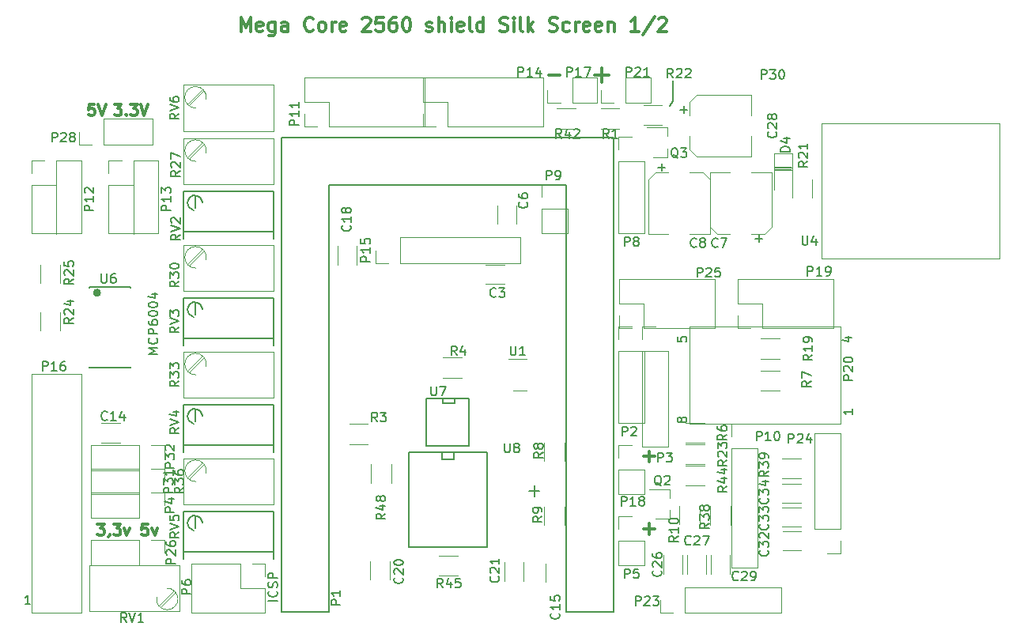
<source format=gbr>
G04 #@! TF.GenerationSoftware,KiCad,Pcbnew,(5.1.5)-3*
G04 #@! TF.CreationDate,2021-04-18T18:31:53+02:00*
G04 #@! TF.ProjectId,Mega_2560 core mini_full_2.2,4d656761-5f32-4353-9630-20636f726520,2.2*
G04 #@! TF.SameCoordinates,Original*
G04 #@! TF.FileFunction,Legend,Top*
G04 #@! TF.FilePolarity,Positive*
%FSLAX46Y46*%
G04 Gerber Fmt 4.6, Leading zero omitted, Abs format (unit mm)*
G04 Created by KiCad (PCBNEW (5.1.5)-3) date 2021-04-18 18:31:53*
%MOMM*%
%LPD*%
G04 APERTURE LIST*
%ADD10C,0.150000*%
%ADD11C,0.300000*%
%ADD12C,0.210000*%
%ADD13C,0.120000*%
%ADD14C,0.381000*%
%ADD15C,0.149860*%
%ADD16C,0.299720*%
G04 APERTURE END LIST*
D10*
X220949520Y-72674480D02*
X222727520Y-72674480D01*
X222727520Y-72928480D02*
X220949520Y-72928480D01*
X210027520Y-65562480D02*
X209646520Y-66070480D01*
X210027520Y-63403480D02*
X210027520Y-65562480D01*
D11*
X206916091Y-111389622D02*
X208058948Y-111389622D01*
X207487520Y-111961051D02*
X207487520Y-110818194D01*
X206916091Y-103642622D02*
X208058948Y-103642622D01*
X207487520Y-104214051D02*
X207487520Y-103071194D01*
D12*
X194597091Y-107325622D02*
X195739948Y-107325622D01*
X195168520Y-107897051D02*
X195168520Y-106754194D01*
D11*
X197898948Y-62788337D02*
X196756091Y-62788337D01*
X201645615Y-62784337D02*
X203169424Y-62784337D01*
X202407520Y-63546241D02*
X202407520Y-62022432D01*
D10*
X167680900Y-119108670D02*
X166680900Y-119108670D01*
X167585662Y-118061051D02*
X167633281Y-118108670D01*
X167680900Y-118251527D01*
X167680900Y-118346765D01*
X167633281Y-118489622D01*
X167538043Y-118584860D01*
X167442805Y-118632480D01*
X167252329Y-118680099D01*
X167109472Y-118680099D01*
X166918996Y-118632480D01*
X166823758Y-118584860D01*
X166728520Y-118489622D01*
X166680900Y-118346765D01*
X166680900Y-118251527D01*
X166728520Y-118108670D01*
X166776139Y-118061051D01*
X167633281Y-117680099D02*
X167680900Y-117537241D01*
X167680900Y-117299146D01*
X167633281Y-117203908D01*
X167585662Y-117156289D01*
X167490424Y-117108670D01*
X167395186Y-117108670D01*
X167299948Y-117156289D01*
X167252329Y-117203908D01*
X167204710Y-117299146D01*
X167157091Y-117489622D01*
X167109472Y-117584860D01*
X167061853Y-117632480D01*
X166966615Y-117680099D01*
X166871377Y-117680099D01*
X166776139Y-117632480D01*
X166728520Y-117584860D01*
X166680900Y-117489622D01*
X166680900Y-117251527D01*
X166728520Y-117108670D01*
X167680900Y-116680099D02*
X166680900Y-116680099D01*
X166680900Y-116299146D01*
X166728520Y-116203908D01*
X166776139Y-116156289D01*
X166871377Y-116108670D01*
X167014234Y-116108670D01*
X167109472Y-116156289D01*
X167157091Y-116203908D01*
X167204710Y-116299146D01*
X167204710Y-116680099D01*
D11*
X148407520Y-110879337D02*
X149150377Y-110879337D01*
X148750377Y-111336480D01*
X148921805Y-111336480D01*
X149036091Y-111393622D01*
X149093234Y-111450765D01*
X149150377Y-111565051D01*
X149150377Y-111850765D01*
X149093234Y-111965051D01*
X149036091Y-112022194D01*
X148921805Y-112079337D01*
X148578948Y-112079337D01*
X148464662Y-112022194D01*
X148407520Y-111965051D01*
X149721805Y-112022194D02*
X149721805Y-112079337D01*
X149664662Y-112193622D01*
X149607520Y-112250765D01*
X150121805Y-110879337D02*
X150864662Y-110879337D01*
X150464662Y-111336480D01*
X150636091Y-111336480D01*
X150750377Y-111393622D01*
X150807520Y-111450765D01*
X150864662Y-111565051D01*
X150864662Y-111850765D01*
X150807520Y-111965051D01*
X150750377Y-112022194D01*
X150636091Y-112079337D01*
X150293234Y-112079337D01*
X150178948Y-112022194D01*
X150121805Y-111965051D01*
X151264662Y-111279337D02*
X151550377Y-112079337D01*
X151836091Y-111279337D01*
X153778948Y-110879337D02*
X153207520Y-110879337D01*
X153150377Y-111450765D01*
X153207520Y-111393622D01*
X153321805Y-111336480D01*
X153607520Y-111336480D01*
X153721805Y-111393622D01*
X153778948Y-111450765D01*
X153836091Y-111565051D01*
X153836091Y-111850765D01*
X153778948Y-111965051D01*
X153721805Y-112022194D01*
X153607520Y-112079337D01*
X153321805Y-112079337D01*
X153207520Y-112022194D01*
X153150377Y-111965051D01*
X154236091Y-111279337D02*
X154521805Y-112079337D01*
X154807520Y-111279337D01*
X150217091Y-65921337D02*
X150959948Y-65921337D01*
X150559948Y-66378480D01*
X150731377Y-66378480D01*
X150845662Y-66435622D01*
X150902805Y-66492765D01*
X150959948Y-66607051D01*
X150959948Y-66892765D01*
X150902805Y-67007051D01*
X150845662Y-67064194D01*
X150731377Y-67121337D01*
X150388520Y-67121337D01*
X150274234Y-67064194D01*
X150217091Y-67007051D01*
X151474234Y-67007051D02*
X151531377Y-67064194D01*
X151474234Y-67121337D01*
X151417091Y-67064194D01*
X151474234Y-67007051D01*
X151474234Y-67121337D01*
X151931377Y-65921337D02*
X152674234Y-65921337D01*
X152274234Y-66378480D01*
X152445662Y-66378480D01*
X152559948Y-66435622D01*
X152617091Y-66492765D01*
X152674234Y-66607051D01*
X152674234Y-66892765D01*
X152617091Y-67007051D01*
X152559948Y-67064194D01*
X152445662Y-67121337D01*
X152102805Y-67121337D01*
X151988520Y-67064194D01*
X151931377Y-67007051D01*
X153017091Y-65921337D02*
X153417091Y-67121337D01*
X153817091Y-65921337D01*
X148076948Y-65921337D02*
X147505520Y-65921337D01*
X147448377Y-66492765D01*
X147505520Y-66435622D01*
X147619805Y-66378480D01*
X147905520Y-66378480D01*
X148019805Y-66435622D01*
X148076948Y-66492765D01*
X148134091Y-66607051D01*
X148134091Y-66892765D01*
X148076948Y-67007051D01*
X148019805Y-67064194D01*
X147905520Y-67121337D01*
X147619805Y-67121337D01*
X147505520Y-67064194D01*
X147448377Y-67007051D01*
X148476948Y-65921337D02*
X148876948Y-67121337D01*
X149276948Y-65921337D01*
X163782520Y-58113051D02*
X163782520Y-56613051D01*
X164282520Y-57684480D01*
X164782520Y-56613051D01*
X164782520Y-58113051D01*
X166068234Y-58041622D02*
X165925377Y-58113051D01*
X165639662Y-58113051D01*
X165496805Y-58041622D01*
X165425377Y-57898765D01*
X165425377Y-57327337D01*
X165496805Y-57184480D01*
X165639662Y-57113051D01*
X165925377Y-57113051D01*
X166068234Y-57184480D01*
X166139662Y-57327337D01*
X166139662Y-57470194D01*
X165425377Y-57613051D01*
X167425377Y-57113051D02*
X167425377Y-58327337D01*
X167353948Y-58470194D01*
X167282520Y-58541622D01*
X167139662Y-58613051D01*
X166925377Y-58613051D01*
X166782520Y-58541622D01*
X167425377Y-58041622D02*
X167282520Y-58113051D01*
X166996805Y-58113051D01*
X166853948Y-58041622D01*
X166782520Y-57970194D01*
X166711091Y-57827337D01*
X166711091Y-57398765D01*
X166782520Y-57255908D01*
X166853948Y-57184480D01*
X166996805Y-57113051D01*
X167282520Y-57113051D01*
X167425377Y-57184480D01*
X168782520Y-58113051D02*
X168782520Y-57327337D01*
X168711091Y-57184480D01*
X168568234Y-57113051D01*
X168282520Y-57113051D01*
X168139662Y-57184480D01*
X168782520Y-58041622D02*
X168639662Y-58113051D01*
X168282520Y-58113051D01*
X168139662Y-58041622D01*
X168068234Y-57898765D01*
X168068234Y-57755908D01*
X168139662Y-57613051D01*
X168282520Y-57541622D01*
X168639662Y-57541622D01*
X168782520Y-57470194D01*
X171496805Y-57970194D02*
X171425377Y-58041622D01*
X171211091Y-58113051D01*
X171068234Y-58113051D01*
X170853948Y-58041622D01*
X170711091Y-57898765D01*
X170639662Y-57755908D01*
X170568234Y-57470194D01*
X170568234Y-57255908D01*
X170639662Y-56970194D01*
X170711091Y-56827337D01*
X170853948Y-56684480D01*
X171068234Y-56613051D01*
X171211091Y-56613051D01*
X171425377Y-56684480D01*
X171496805Y-56755908D01*
X172353948Y-58113051D02*
X172211091Y-58041622D01*
X172139662Y-57970194D01*
X172068234Y-57827337D01*
X172068234Y-57398765D01*
X172139662Y-57255908D01*
X172211091Y-57184480D01*
X172353948Y-57113051D01*
X172568234Y-57113051D01*
X172711091Y-57184480D01*
X172782520Y-57255908D01*
X172853948Y-57398765D01*
X172853948Y-57827337D01*
X172782520Y-57970194D01*
X172711091Y-58041622D01*
X172568234Y-58113051D01*
X172353948Y-58113051D01*
X173496805Y-58113051D02*
X173496805Y-57113051D01*
X173496805Y-57398765D02*
X173568234Y-57255908D01*
X173639662Y-57184480D01*
X173782520Y-57113051D01*
X173925377Y-57113051D01*
X174996805Y-58041622D02*
X174853948Y-58113051D01*
X174568234Y-58113051D01*
X174425377Y-58041622D01*
X174353948Y-57898765D01*
X174353948Y-57327337D01*
X174425377Y-57184480D01*
X174568234Y-57113051D01*
X174853948Y-57113051D01*
X174996805Y-57184480D01*
X175068234Y-57327337D01*
X175068234Y-57470194D01*
X174353948Y-57613051D01*
X176782520Y-56755908D02*
X176853948Y-56684480D01*
X176996805Y-56613051D01*
X177353948Y-56613051D01*
X177496805Y-56684480D01*
X177568234Y-56755908D01*
X177639662Y-56898765D01*
X177639662Y-57041622D01*
X177568234Y-57255908D01*
X176711091Y-58113051D01*
X177639662Y-58113051D01*
X178996805Y-56613051D02*
X178282520Y-56613051D01*
X178211091Y-57327337D01*
X178282520Y-57255908D01*
X178425377Y-57184480D01*
X178782520Y-57184480D01*
X178925377Y-57255908D01*
X178996805Y-57327337D01*
X179068234Y-57470194D01*
X179068234Y-57827337D01*
X178996805Y-57970194D01*
X178925377Y-58041622D01*
X178782520Y-58113051D01*
X178425377Y-58113051D01*
X178282520Y-58041622D01*
X178211091Y-57970194D01*
X180353948Y-56613051D02*
X180068234Y-56613051D01*
X179925377Y-56684480D01*
X179853948Y-56755908D01*
X179711091Y-56970194D01*
X179639662Y-57255908D01*
X179639662Y-57827337D01*
X179711091Y-57970194D01*
X179782520Y-58041622D01*
X179925377Y-58113051D01*
X180211091Y-58113051D01*
X180353948Y-58041622D01*
X180425377Y-57970194D01*
X180496805Y-57827337D01*
X180496805Y-57470194D01*
X180425377Y-57327337D01*
X180353948Y-57255908D01*
X180211091Y-57184480D01*
X179925377Y-57184480D01*
X179782520Y-57255908D01*
X179711091Y-57327337D01*
X179639662Y-57470194D01*
X181425377Y-56613051D02*
X181568234Y-56613051D01*
X181711091Y-56684480D01*
X181782520Y-56755908D01*
X181853948Y-56898765D01*
X181925377Y-57184480D01*
X181925377Y-57541622D01*
X181853948Y-57827337D01*
X181782520Y-57970194D01*
X181711091Y-58041622D01*
X181568234Y-58113051D01*
X181425377Y-58113051D01*
X181282520Y-58041622D01*
X181211091Y-57970194D01*
X181139662Y-57827337D01*
X181068234Y-57541622D01*
X181068234Y-57184480D01*
X181139662Y-56898765D01*
X181211091Y-56755908D01*
X181282520Y-56684480D01*
X181425377Y-56613051D01*
X183639662Y-58041622D02*
X183782520Y-58113051D01*
X184068234Y-58113051D01*
X184211091Y-58041622D01*
X184282520Y-57898765D01*
X184282520Y-57827337D01*
X184211091Y-57684480D01*
X184068234Y-57613051D01*
X183853948Y-57613051D01*
X183711091Y-57541622D01*
X183639662Y-57398765D01*
X183639662Y-57327337D01*
X183711091Y-57184480D01*
X183853948Y-57113051D01*
X184068234Y-57113051D01*
X184211091Y-57184480D01*
X184925377Y-58113051D02*
X184925377Y-56613051D01*
X185568234Y-58113051D02*
X185568234Y-57327337D01*
X185496805Y-57184480D01*
X185353948Y-57113051D01*
X185139662Y-57113051D01*
X184996805Y-57184480D01*
X184925377Y-57255908D01*
X186282520Y-58113051D02*
X186282520Y-57113051D01*
X186282520Y-56613051D02*
X186211091Y-56684480D01*
X186282520Y-56755908D01*
X186353948Y-56684480D01*
X186282520Y-56613051D01*
X186282520Y-56755908D01*
X187568234Y-58041622D02*
X187425377Y-58113051D01*
X187139662Y-58113051D01*
X186996805Y-58041622D01*
X186925377Y-57898765D01*
X186925377Y-57327337D01*
X186996805Y-57184480D01*
X187139662Y-57113051D01*
X187425377Y-57113051D01*
X187568234Y-57184480D01*
X187639662Y-57327337D01*
X187639662Y-57470194D01*
X186925377Y-57613051D01*
X188496805Y-58113051D02*
X188353948Y-58041622D01*
X188282520Y-57898765D01*
X188282520Y-56613051D01*
X189711091Y-58113051D02*
X189711091Y-56613051D01*
X189711091Y-58041622D02*
X189568234Y-58113051D01*
X189282520Y-58113051D01*
X189139662Y-58041622D01*
X189068234Y-57970194D01*
X188996805Y-57827337D01*
X188996805Y-57398765D01*
X189068234Y-57255908D01*
X189139662Y-57184480D01*
X189282520Y-57113051D01*
X189568234Y-57113051D01*
X189711091Y-57184480D01*
X191496805Y-58041622D02*
X191711091Y-58113051D01*
X192068234Y-58113051D01*
X192211091Y-58041622D01*
X192282520Y-57970194D01*
X192353948Y-57827337D01*
X192353948Y-57684480D01*
X192282520Y-57541622D01*
X192211091Y-57470194D01*
X192068234Y-57398765D01*
X191782520Y-57327337D01*
X191639662Y-57255908D01*
X191568234Y-57184480D01*
X191496805Y-57041622D01*
X191496805Y-56898765D01*
X191568234Y-56755908D01*
X191639662Y-56684480D01*
X191782520Y-56613051D01*
X192139662Y-56613051D01*
X192353948Y-56684480D01*
X192996805Y-58113051D02*
X192996805Y-57113051D01*
X192996805Y-56613051D02*
X192925377Y-56684480D01*
X192996805Y-56755908D01*
X193068234Y-56684480D01*
X192996805Y-56613051D01*
X192996805Y-56755908D01*
X193925377Y-58113051D02*
X193782520Y-58041622D01*
X193711091Y-57898765D01*
X193711091Y-56613051D01*
X194496805Y-58113051D02*
X194496805Y-56613051D01*
X194639662Y-57541622D02*
X195068234Y-58113051D01*
X195068234Y-57113051D02*
X194496805Y-57684480D01*
X196782520Y-58041622D02*
X196996805Y-58113051D01*
X197353948Y-58113051D01*
X197496805Y-58041622D01*
X197568234Y-57970194D01*
X197639662Y-57827337D01*
X197639662Y-57684480D01*
X197568234Y-57541622D01*
X197496805Y-57470194D01*
X197353948Y-57398765D01*
X197068234Y-57327337D01*
X196925377Y-57255908D01*
X196853948Y-57184480D01*
X196782520Y-57041622D01*
X196782520Y-56898765D01*
X196853948Y-56755908D01*
X196925377Y-56684480D01*
X197068234Y-56613051D01*
X197425377Y-56613051D01*
X197639662Y-56684480D01*
X198925377Y-58041622D02*
X198782520Y-58113051D01*
X198496805Y-58113051D01*
X198353948Y-58041622D01*
X198282520Y-57970194D01*
X198211091Y-57827337D01*
X198211091Y-57398765D01*
X198282520Y-57255908D01*
X198353948Y-57184480D01*
X198496805Y-57113051D01*
X198782520Y-57113051D01*
X198925377Y-57184480D01*
X199568234Y-58113051D02*
X199568234Y-57113051D01*
X199568234Y-57398765D02*
X199639662Y-57255908D01*
X199711091Y-57184480D01*
X199853948Y-57113051D01*
X199996805Y-57113051D01*
X201068234Y-58041622D02*
X200925377Y-58113051D01*
X200639662Y-58113051D01*
X200496805Y-58041622D01*
X200425377Y-57898765D01*
X200425377Y-57327337D01*
X200496805Y-57184480D01*
X200639662Y-57113051D01*
X200925377Y-57113051D01*
X201068234Y-57184480D01*
X201139662Y-57327337D01*
X201139662Y-57470194D01*
X200425377Y-57613051D01*
X202353948Y-58041622D02*
X202211091Y-58113051D01*
X201925377Y-58113051D01*
X201782520Y-58041622D01*
X201711091Y-57898765D01*
X201711091Y-57327337D01*
X201782520Y-57184480D01*
X201925377Y-57113051D01*
X202211091Y-57113051D01*
X202353948Y-57184480D01*
X202425377Y-57327337D01*
X202425377Y-57470194D01*
X201711091Y-57613051D01*
X203068234Y-57113051D02*
X203068234Y-58113051D01*
X203068234Y-57255908D02*
X203139662Y-57184480D01*
X203282520Y-57113051D01*
X203496805Y-57113051D01*
X203639662Y-57184480D01*
X203711091Y-57327337D01*
X203711091Y-58113051D01*
X206353948Y-58113051D02*
X205496805Y-58113051D01*
X205925377Y-58113051D02*
X205925377Y-56613051D01*
X205782520Y-56827337D01*
X205639662Y-56970194D01*
X205496805Y-57041622D01*
X208068234Y-56541622D02*
X206782519Y-58470194D01*
X208496805Y-56755908D02*
X208568234Y-56684480D01*
X208711091Y-56613051D01*
X209068234Y-56613051D01*
X209211091Y-56684480D01*
X209282520Y-56755908D01*
X209353948Y-56898765D01*
X209353948Y-57041622D01*
X209282520Y-57255908D01*
X208425377Y-58113051D01*
X209353948Y-58113051D01*
D13*
X206732520Y-92359480D02*
X206732520Y-102639480D01*
X206732520Y-102639480D02*
X209512520Y-102639480D01*
X209512520Y-102639480D02*
X209512520Y-92359480D01*
X209512520Y-92359480D02*
X206732520Y-92359480D01*
X206732520Y-91089480D02*
X206732520Y-89699480D01*
X206732520Y-89699480D02*
X208122520Y-89699480D01*
X222838520Y-71186480D02*
X220838520Y-71186480D01*
X220838520Y-71186480D02*
X220838520Y-75086480D01*
X222838520Y-71186480D02*
X222838520Y-75086480D01*
X204192520Y-72039480D02*
X204192520Y-79779480D01*
X204192520Y-79779480D02*
X206972520Y-79779480D01*
X206972520Y-79779480D02*
X206972520Y-72039480D01*
X206972520Y-72039480D02*
X204192520Y-72039480D01*
X204192520Y-70769480D02*
X204192520Y-69379480D01*
X204192520Y-69379480D02*
X205582520Y-69379480D01*
X221727520Y-111164480D02*
X223727520Y-111164480D01*
X223727520Y-109114480D02*
X221727520Y-109114480D01*
X221727520Y-108624480D02*
X223727520Y-108624480D01*
X223727520Y-106574480D02*
X221727520Y-106574480D01*
X214082520Y-114219480D02*
X214082520Y-116219480D01*
X216132520Y-116219480D02*
X216132520Y-114219480D01*
X211542520Y-114219480D02*
X211542520Y-116219480D01*
X213592520Y-116219480D02*
X213592520Y-114219480D01*
X209002520Y-114219480D02*
X209002520Y-116219480D01*
X211052520Y-116219480D02*
X211052520Y-114219480D01*
X204192520Y-112679480D02*
X204192520Y-115339480D01*
X204192520Y-115339480D02*
X206972520Y-115339480D01*
X206972520Y-115339480D02*
X206972520Y-112679480D01*
X206972520Y-112679480D02*
X204192520Y-112679480D01*
X204192520Y-111409480D02*
X204192520Y-110019480D01*
X204192520Y-110019480D02*
X205582520Y-110019480D01*
X204192520Y-105059480D02*
X204192520Y-107719480D01*
X204192520Y-107719480D02*
X206972520Y-107719480D01*
X206972520Y-107719480D02*
X206972520Y-105059480D01*
X206972520Y-105059480D02*
X204192520Y-105059480D01*
X204192520Y-103789480D02*
X204192520Y-102399480D01*
X204192520Y-102399480D02*
X205582520Y-102399480D01*
X204192520Y-92359480D02*
X204192520Y-100099480D01*
X204192520Y-100099480D02*
X206972520Y-100099480D01*
X206972520Y-100099480D02*
X206972520Y-92359480D01*
X206972520Y-92359480D02*
X204192520Y-92359480D01*
X204192520Y-91089480D02*
X204192520Y-89699480D01*
X204192520Y-89699480D02*
X205582520Y-89699480D01*
X204947520Y-65809480D02*
X207607520Y-65809480D01*
X207607520Y-65809480D02*
X207607520Y-63029480D01*
X207607520Y-63029480D02*
X204947520Y-63029480D01*
X204947520Y-63029480D02*
X204947520Y-65809480D01*
X203677520Y-65809480D02*
X202287520Y-65809480D01*
X202287520Y-65809480D02*
X202287520Y-64419480D01*
X199232520Y-65809480D02*
X201892520Y-65809480D01*
X201892520Y-65809480D02*
X201892520Y-63029480D01*
X201892520Y-63029480D02*
X199232520Y-63029480D01*
X199232520Y-63029480D02*
X199232520Y-65809480D01*
X197962520Y-65809480D02*
X196572520Y-65809480D01*
X196572520Y-65809480D02*
X196572520Y-64419480D01*
X198479520Y-117108480D02*
X198479520Y-115108480D01*
X196429520Y-115108480D02*
X196429520Y-117108480D01*
X191984520Y-114981480D02*
X191984520Y-116981480D01*
X194034520Y-116981480D02*
X194034520Y-114981480D01*
X177633520Y-114854480D02*
X177633520Y-116854480D01*
X179683520Y-116854480D02*
X179683520Y-114854480D01*
X149067520Y-70254480D02*
X154267520Y-70254480D01*
X154267520Y-70254480D02*
X154267520Y-67474480D01*
X154267520Y-67474480D02*
X149067520Y-67474480D01*
X149067520Y-67474480D02*
X149067520Y-70254480D01*
X147797520Y-70254480D02*
X146407520Y-70254480D01*
X146407520Y-70254480D02*
X146407520Y-68864480D01*
X146647520Y-117759480D02*
X146647520Y-94779480D01*
X146647520Y-94779480D02*
X141327520Y-94779480D01*
X141327520Y-94779480D02*
X141327520Y-120419480D01*
X141327520Y-120419480D02*
X143987520Y-120419480D01*
X146647520Y-120419480D02*
X146647520Y-117759480D01*
X143987520Y-120419480D02*
X146647520Y-120419480D01*
X146647520Y-119029480D02*
X146647520Y-120419480D01*
X146647520Y-120419480D02*
X145257520Y-120419480D01*
X148829520Y-102147480D02*
X150829520Y-102147480D01*
X150829520Y-100097480D02*
X148829520Y-100097480D01*
X152877520Y-102399480D02*
X147677520Y-102399480D01*
X147677520Y-102399480D02*
X147677520Y-105179480D01*
X147677520Y-105179480D02*
X152877520Y-105179480D01*
X152877520Y-105179480D02*
X152877520Y-102399480D01*
X154147520Y-102399480D02*
X155537520Y-102399480D01*
X155537520Y-102399480D02*
X155537520Y-103789480D01*
X152877520Y-104939480D02*
X147677520Y-104939480D01*
X147677520Y-104939480D02*
X147677520Y-107719480D01*
X147677520Y-107719480D02*
X152877520Y-107719480D01*
X152877520Y-107719480D02*
X152877520Y-104939480D01*
X154147520Y-104939480D02*
X155537520Y-104939480D01*
X155537520Y-104939480D02*
X155537520Y-106329480D01*
X152877520Y-107479480D02*
X147677520Y-107479480D01*
X147677520Y-107479480D02*
X147677520Y-110259480D01*
X147677520Y-110259480D02*
X152877520Y-110259480D01*
X152877520Y-110259480D02*
X152877520Y-107479480D01*
X154147520Y-107479480D02*
X155537520Y-107479480D01*
X155537520Y-107479480D02*
X155537520Y-108869480D01*
X152877520Y-112559480D02*
X147677520Y-112559480D01*
X147677520Y-112559480D02*
X147677520Y-115339480D01*
X147677520Y-115339480D02*
X152877520Y-115339480D01*
X152877520Y-115339480D02*
X152877520Y-112559480D01*
X154147520Y-112559480D02*
X155537520Y-112559480D01*
X155537520Y-112559480D02*
X155537520Y-113949480D01*
X163672520Y-115099480D02*
X158472520Y-115099480D01*
X158472520Y-115099480D02*
X158472520Y-120419480D01*
X158472520Y-120419480D02*
X166332520Y-120419480D01*
X166332520Y-120419480D02*
X166332520Y-117759480D01*
X166332520Y-117759480D02*
X163672520Y-117759480D01*
X163672520Y-117759480D02*
X163672520Y-115099480D01*
X164942520Y-115099480D02*
X166332520Y-115099480D01*
X166332520Y-115099480D02*
X166332520Y-116489480D01*
D10*
X158846520Y-110012480D02*
X158846520Y-111282480D01*
X159633920Y-110761780D02*
X159595820Y-110507780D01*
X159595820Y-110507780D02*
X159418020Y-110228380D01*
X159418020Y-110228380D02*
X159100520Y-110012480D01*
X159100520Y-110012480D02*
X158656020Y-109999780D01*
X158656020Y-109999780D02*
X158300420Y-110202980D01*
X158300420Y-110202980D02*
X158122620Y-110495080D01*
X158122620Y-110495080D02*
X158071820Y-110812580D01*
X158071820Y-110812580D02*
X158173420Y-111218980D01*
X158173420Y-111218980D02*
X158516320Y-111472980D01*
X158516320Y-111472980D02*
X158694120Y-111561880D01*
X167228520Y-113822480D02*
X157576520Y-113822480D01*
X157576520Y-110774480D02*
X157576520Y-109504480D01*
X157576520Y-109504480D02*
X167228520Y-109504480D01*
X167228520Y-109504480D02*
X167228520Y-114584480D01*
X157576520Y-114584480D02*
X157576520Y-112044480D01*
X157576520Y-112044480D02*
X157576520Y-110774480D01*
D13*
X158947829Y-106333776D02*
G75*
G02X158907520Y-104024480I-40309J1154296D01*
G01*
X158887399Y-104025428D02*
G75*
G02X160036520Y-105419480I20121J-1154052D01*
G01*
X167227520Y-108799480D02*
X157577520Y-108799480D01*
X167227520Y-103848480D02*
X157577520Y-103848480D01*
X167227520Y-108799480D02*
X167227520Y-103848480D01*
X157577520Y-108799480D02*
X157577520Y-103848480D01*
X158031520Y-105913480D02*
X159642520Y-104303480D01*
X158171520Y-106054480D02*
X159783520Y-104444480D01*
D10*
X158846520Y-98582480D02*
X158846520Y-99852480D01*
X159633920Y-99331780D02*
X159595820Y-99077780D01*
X159595820Y-99077780D02*
X159418020Y-98798380D01*
X159418020Y-98798380D02*
X159100520Y-98582480D01*
X159100520Y-98582480D02*
X158656020Y-98569780D01*
X158656020Y-98569780D02*
X158300420Y-98772980D01*
X158300420Y-98772980D02*
X158122620Y-99065080D01*
X158122620Y-99065080D02*
X158071820Y-99382580D01*
X158071820Y-99382580D02*
X158173420Y-99788980D01*
X158173420Y-99788980D02*
X158516320Y-100042980D01*
X158516320Y-100042980D02*
X158694120Y-100131880D01*
X167228520Y-102392480D02*
X157576520Y-102392480D01*
X157576520Y-99344480D02*
X157576520Y-98074480D01*
X157576520Y-98074480D02*
X167228520Y-98074480D01*
X167228520Y-98074480D02*
X167228520Y-103154480D01*
X157576520Y-103154480D02*
X157576520Y-100614480D01*
X157576520Y-100614480D02*
X157576520Y-99344480D01*
D13*
X158947829Y-94903776D02*
G75*
G02X158907520Y-92594480I-40309J1154296D01*
G01*
X158887399Y-92595428D02*
G75*
G02X160036520Y-93989480I20121J-1154052D01*
G01*
X167227520Y-97369480D02*
X157577520Y-97369480D01*
X167227520Y-92418480D02*
X157577520Y-92418480D01*
X167227520Y-97369480D02*
X167227520Y-92418480D01*
X157577520Y-97369480D02*
X157577520Y-92418480D01*
X158031520Y-94483480D02*
X159642520Y-92873480D01*
X158171520Y-94624480D02*
X159783520Y-93014480D01*
D10*
X158846520Y-87152480D02*
X158846520Y-88422480D01*
X159633920Y-87901780D02*
X159595820Y-87647780D01*
X159595820Y-87647780D02*
X159418020Y-87368380D01*
X159418020Y-87368380D02*
X159100520Y-87152480D01*
X159100520Y-87152480D02*
X158656020Y-87139780D01*
X158656020Y-87139780D02*
X158300420Y-87342980D01*
X158300420Y-87342980D02*
X158122620Y-87635080D01*
X158122620Y-87635080D02*
X158071820Y-87952580D01*
X158071820Y-87952580D02*
X158173420Y-88358980D01*
X158173420Y-88358980D02*
X158516320Y-88612980D01*
X158516320Y-88612980D02*
X158694120Y-88701880D01*
X167228520Y-90962480D02*
X157576520Y-90962480D01*
X157576520Y-87914480D02*
X157576520Y-86644480D01*
X157576520Y-86644480D02*
X167228520Y-86644480D01*
X167228520Y-86644480D02*
X167228520Y-91724480D01*
X157576520Y-91724480D02*
X157576520Y-89184480D01*
X157576520Y-89184480D02*
X157576520Y-87914480D01*
D13*
X158947829Y-83473776D02*
G75*
G02X158907520Y-81164480I-40309J1154296D01*
G01*
X158887399Y-81165428D02*
G75*
G02X160036520Y-82559480I20121J-1154052D01*
G01*
X167227520Y-85939480D02*
X157577520Y-85939480D01*
X167227520Y-80988480D02*
X157577520Y-80988480D01*
X167227520Y-85939480D02*
X167227520Y-80988480D01*
X157577520Y-85939480D02*
X157577520Y-80988480D01*
X158031520Y-83053480D02*
X159642520Y-81443480D01*
X158171520Y-83194480D02*
X159783520Y-81584480D01*
X158947829Y-72043776D02*
G75*
G02X158907520Y-69734480I-40309J1154296D01*
G01*
X158887399Y-69735428D02*
G75*
G02X160036520Y-71129480I20121J-1154052D01*
G01*
X167227520Y-74509480D02*
X157577520Y-74509480D01*
X167227520Y-69558480D02*
X157577520Y-69558480D01*
X167227520Y-74509480D02*
X167227520Y-69558480D01*
X157577520Y-74509480D02*
X157577520Y-69558480D01*
X158031520Y-71623480D02*
X159642520Y-70013480D01*
X158171520Y-71764480D02*
X159783520Y-70154480D01*
D10*
X158846520Y-75722480D02*
X158846520Y-76992480D01*
X159633920Y-76471780D02*
X159595820Y-76217780D01*
X159595820Y-76217780D02*
X159418020Y-75938380D01*
X159418020Y-75938380D02*
X159100520Y-75722480D01*
X159100520Y-75722480D02*
X158656020Y-75709780D01*
X158656020Y-75709780D02*
X158300420Y-75912980D01*
X158300420Y-75912980D02*
X158122620Y-76205080D01*
X158122620Y-76205080D02*
X158071820Y-76522580D01*
X158071820Y-76522580D02*
X158173420Y-76928980D01*
X158173420Y-76928980D02*
X158516320Y-77182980D01*
X158516320Y-77182980D02*
X158694120Y-77271880D01*
X167228520Y-79532480D02*
X157576520Y-79532480D01*
X157576520Y-76484480D02*
X157576520Y-75214480D01*
X157576520Y-75214480D02*
X167228520Y-75214480D01*
X167228520Y-75214480D02*
X167228520Y-80294480D01*
X157576520Y-80294480D02*
X157576520Y-77754480D01*
X157576520Y-77754480D02*
X157576520Y-76484480D01*
D13*
X206852520Y-89879480D02*
X214532520Y-89879480D01*
X214532520Y-89879480D02*
X214532520Y-84679480D01*
X214532520Y-84679480D02*
X204252520Y-84679480D01*
X204252520Y-84679480D02*
X204252520Y-87279480D01*
X204252520Y-87279480D02*
X206852520Y-87279480D01*
X206852520Y-87279480D02*
X206852520Y-89879480D01*
X205582520Y-89879480D02*
X204252520Y-89879480D01*
X204252520Y-89879480D02*
X204252520Y-88549480D01*
X173197520Y-68289480D02*
X183417520Y-68289480D01*
X183417520Y-68289480D02*
X183417520Y-63089480D01*
X183417520Y-63089480D02*
X170597520Y-63089480D01*
X170597520Y-63089480D02*
X170597520Y-65689480D01*
X170597520Y-65689480D02*
X173197520Y-65689480D01*
X173197520Y-65689480D02*
X173197520Y-68289480D01*
X171927520Y-68289480D02*
X170597520Y-68289480D01*
X170597520Y-68289480D02*
X170597520Y-66959480D01*
X185897520Y-68289480D02*
X196117520Y-68289480D01*
X196117520Y-68289480D02*
X196117520Y-63089480D01*
X196117520Y-63089480D02*
X183297520Y-63089480D01*
X183297520Y-63089480D02*
X183297520Y-65689480D01*
X183297520Y-65689480D02*
X185897520Y-65689480D01*
X185897520Y-65689480D02*
X185897520Y-68289480D01*
X184627520Y-68289480D02*
X183297520Y-68289480D01*
X183297520Y-68289480D02*
X183297520Y-66959480D01*
X219552520Y-89879480D02*
X227232520Y-89879480D01*
X227232520Y-89879480D02*
X227232520Y-84679480D01*
X227232520Y-84679480D02*
X216952520Y-84679480D01*
X216952520Y-84679480D02*
X216952520Y-87279480D01*
X216952520Y-87279480D02*
X219552520Y-87279480D01*
X219552520Y-87279480D02*
X219552520Y-89879480D01*
X218282520Y-89879480D02*
X216952520Y-89879480D01*
X216952520Y-89879480D02*
X216952520Y-88549480D01*
X218407520Y-71529480D02*
X218407520Y-69349480D01*
X218407520Y-64929480D02*
X218407520Y-67109480D01*
X211807520Y-70769480D02*
X211807520Y-69349480D01*
X211807520Y-65689480D02*
X211807520Y-67109480D01*
X218407520Y-71529480D02*
X212567520Y-71529480D01*
X212567520Y-71529480D02*
X211807520Y-70769480D01*
X211807520Y-65689480D02*
X212567520Y-64929480D01*
X212567520Y-64929480D02*
X218407520Y-64929480D01*
X191227520Y-76754480D02*
X191227520Y-78754480D01*
X193267520Y-78754480D02*
X193267520Y-76754480D01*
X220566520Y-73184480D02*
X218386520Y-73184480D01*
X213966520Y-73184480D02*
X216146520Y-73184480D01*
X219806520Y-79784480D02*
X218386520Y-79784480D01*
X214726520Y-79784480D02*
X216146520Y-79784480D01*
X220566520Y-73184480D02*
X220566520Y-79024480D01*
X220566520Y-79024480D02*
X219806520Y-79784480D01*
X214726520Y-79784480D02*
X213966520Y-79024480D01*
X213966520Y-79024480D02*
X213966520Y-73184480D01*
X207362520Y-79784480D02*
X209542520Y-79784480D01*
X213962520Y-79784480D02*
X211782520Y-79784480D01*
X208122520Y-73184480D02*
X209542520Y-73184480D01*
X213202520Y-73184480D02*
X211782520Y-73184480D01*
X207362520Y-79784480D02*
X207362520Y-73944480D01*
X207362520Y-73944480D02*
X208122520Y-73184480D01*
X213202520Y-73184480D02*
X213962520Y-73944480D01*
X213962520Y-73944480D02*
X213962520Y-79784480D01*
X221767020Y-113699480D02*
X223767020Y-113699480D01*
X223767020Y-111659480D02*
X221767020Y-111659480D01*
X212875520Y-108938480D02*
X212875520Y-110938480D01*
X210735520Y-110938480D02*
X210735520Y-108938480D01*
X216177520Y-108959480D02*
X216177520Y-110959480D01*
X214037520Y-110959480D02*
X214037520Y-108959480D01*
X216257520Y-102773480D02*
X216257520Y-115593480D01*
X216257520Y-115593480D02*
X219037520Y-115593480D01*
X219037520Y-115593480D02*
X219037520Y-102773480D01*
X219037520Y-102773480D02*
X216257520Y-102773480D01*
X216257520Y-101503480D02*
X216257520Y-100113480D01*
X216257520Y-100113480D02*
X217647520Y-100113480D01*
X178157520Y-82954480D02*
X178157520Y-81564480D01*
X179547520Y-82954480D02*
X178157520Y-82954480D01*
X180817520Y-80174480D02*
X180817520Y-82954480D01*
X193637520Y-80174480D02*
X180817520Y-80174480D01*
X193637520Y-82954480D02*
X193637520Y-80174480D01*
X180817520Y-82954480D02*
X193637520Y-82954480D01*
X213387520Y-106764480D02*
X211387520Y-106764480D01*
X211387520Y-104624480D02*
X213387520Y-104624480D01*
X186971520Y-116416480D02*
X184971520Y-116416480D01*
X184971520Y-114276480D02*
X186971520Y-114276480D01*
D10*
X203677520Y-120299480D02*
X198597520Y-120299480D01*
X168117520Y-69499480D02*
X168117520Y-120299480D01*
X173197520Y-74579480D02*
X173197520Y-120299480D01*
X168117520Y-120299480D02*
X173197520Y-120299480D01*
X203677520Y-120299480D02*
X203677520Y-69499480D01*
X203677520Y-69499480D02*
X168117520Y-69499480D01*
X173197520Y-74579480D02*
X198597520Y-74579480D01*
X198597520Y-74579480D02*
X198597520Y-120299480D01*
D13*
X209644520Y-110322480D02*
X208184520Y-110322480D01*
X209644520Y-107162480D02*
X207484520Y-107162480D01*
X209644520Y-107162480D02*
X209644520Y-108092480D01*
X209644520Y-110322480D02*
X209644520Y-109392480D01*
X209390520Y-71587480D02*
X209390520Y-70657480D01*
X209390520Y-68427480D02*
X209390520Y-69357480D01*
X209390520Y-68427480D02*
X207230520Y-68427480D01*
X209390520Y-71587480D02*
X207930520Y-71587480D01*
X202296520Y-66397480D02*
X204296520Y-66397480D01*
X204296520Y-68537480D02*
X202296520Y-68537480D01*
X177372520Y-102319480D02*
X175372520Y-102319480D01*
X175372520Y-100179480D02*
X177372520Y-100179480D01*
X185405520Y-93067480D02*
X187405520Y-93067480D01*
X187405520Y-95207480D02*
X185405520Y-95207480D01*
X213366520Y-102192480D02*
X211366520Y-102192480D01*
X211366520Y-100052480D02*
X213366520Y-100052480D01*
X219441520Y-94464480D02*
X221441520Y-94464480D01*
X221441520Y-96604480D02*
X219441520Y-96604480D01*
X196257520Y-104154480D02*
X196257520Y-102154480D01*
X198397520Y-102154480D02*
X198397520Y-104154480D01*
X196257520Y-111012480D02*
X196257520Y-109012480D01*
X198397520Y-109012480D02*
X198397520Y-111012480D01*
X221441520Y-93175480D02*
X219441520Y-93175480D01*
X219441520Y-91035480D02*
X221441520Y-91035480D01*
X222800520Y-75960480D02*
X222800520Y-73960480D01*
X224940520Y-73960480D02*
X224940520Y-75960480D01*
X206868520Y-66016480D02*
X208868520Y-66016480D01*
X208868520Y-68156480D02*
X206868520Y-68156480D01*
X142282520Y-90184480D02*
X142282520Y-88184480D01*
X144422520Y-88184480D02*
X144422520Y-90184480D01*
X142282520Y-85104480D02*
X142282520Y-83104480D01*
X144422520Y-83104480D02*
X144422520Y-85104480D01*
X221727520Y-103862480D02*
X223727520Y-103862480D01*
X223727520Y-106002480D02*
X221727520Y-106002480D01*
X199597520Y-68537480D02*
X197597520Y-68537480D01*
X197597520Y-66397480D02*
X199597520Y-66397480D01*
X194344520Y-93239480D02*
X192444520Y-93239480D01*
X192944520Y-96559480D02*
X194344520Y-96559480D01*
X225902520Y-67975480D02*
X225902520Y-82453480D01*
X225902520Y-82453480D02*
X244952520Y-82453480D01*
X244952520Y-82453480D02*
X244952520Y-67975480D01*
X244952520Y-67975480D02*
X225902520Y-67975480D01*
D14*
X148578696Y-86118700D02*
G75*
G03X148578696Y-86118700I-224916J0D01*
G01*
X148467372Y-86118700D02*
G75*
G03X148467372Y-86118700I-113592J0D01*
G01*
D15*
X151902160Y-85471000D02*
X151902160Y-85585300D01*
X151902160Y-94053660D02*
X151902160Y-94167960D01*
X151902160Y-94167960D02*
X147502880Y-94167960D01*
X147502880Y-85471000D02*
X147502880Y-85585300D01*
X147502880Y-94053660D02*
X147502880Y-94167960D01*
X151902160Y-85471000D02*
X147502880Y-85471000D01*
D16*
X148356320Y-86118700D02*
X148356320Y-86118700D01*
D10*
X188183520Y-97439480D02*
X188183520Y-102519480D01*
X188183520Y-102519480D02*
X183611520Y-102519480D01*
X183611520Y-102519480D02*
X183611520Y-97439480D01*
X183611520Y-97439480D02*
X188183520Y-97439480D01*
X186659520Y-97439480D02*
X186659520Y-97947480D01*
X186659520Y-97947480D02*
X185389520Y-97947480D01*
X185389520Y-97947480D02*
X185389520Y-97439480D01*
X181706520Y-113314480D02*
X181706520Y-103154480D01*
X181706520Y-103154480D02*
X190088520Y-103154480D01*
X190088520Y-103154480D02*
X190088520Y-113314480D01*
X190088520Y-113314480D02*
X181706520Y-113314480D01*
X186532520Y-103154480D02*
X186532520Y-103916480D01*
X186532520Y-103916480D02*
X185262520Y-103916480D01*
X185262520Y-103916480D02*
X185262520Y-103154480D01*
D13*
X214586820Y-100119180D02*
X227934520Y-100121720D01*
X214589360Y-89712800D02*
X227929440Y-89712800D01*
X211812520Y-100112180D02*
X214599520Y-100119180D01*
X211805520Y-97071180D02*
X211812520Y-100112180D01*
X211812520Y-89712180D02*
X214592520Y-89712180D01*
X211812520Y-97452180D02*
X211812520Y-89712180D01*
X211812520Y-97452180D02*
X211812520Y-89712180D01*
X211812520Y-89712180D02*
X214592520Y-89712180D01*
X227927520Y-89712180D02*
X227934520Y-100119180D01*
X211805520Y-97071180D02*
X211812520Y-100112180D01*
X211812520Y-100112180D02*
X214599520Y-100119180D01*
X213366520Y-104478480D02*
X211366520Y-104478480D01*
X211366520Y-102338480D02*
X213366520Y-102338480D01*
X143987520Y-74579480D02*
X143987520Y-79786480D01*
X141327520Y-74579480D02*
X141327520Y-79779480D01*
X141327520Y-79779480D02*
X146647520Y-79779480D01*
X146647520Y-79779480D02*
X146647520Y-71919480D01*
X146647520Y-71919480D02*
X143987520Y-71919480D01*
X143987520Y-71919480D02*
X143987520Y-74579480D01*
X143987520Y-74579480D02*
X141327520Y-74579480D01*
X141327520Y-73309480D02*
X141327520Y-71919480D01*
X141327520Y-71919480D02*
X142717520Y-71919480D01*
X152242520Y-74579480D02*
X152242520Y-79786480D01*
X149582520Y-74579480D02*
X149582520Y-79779480D01*
X149582520Y-79779480D02*
X154902520Y-79779480D01*
X154902520Y-79779480D02*
X154902520Y-71919480D01*
X154902520Y-71919480D02*
X152242520Y-71919480D01*
X152242520Y-71919480D02*
X152242520Y-74579480D01*
X152242520Y-74579480D02*
X149582520Y-74579480D01*
X149582520Y-73309480D02*
X149582520Y-71919480D01*
X149582520Y-71919480D02*
X150972520Y-71919480D01*
X158947829Y-66328776D02*
G75*
G02X158907520Y-64019480I-40309J1154296D01*
G01*
X158887399Y-64020428D02*
G75*
G02X160036520Y-65414480I20121J-1154052D01*
G01*
X167227520Y-68794480D02*
X157577520Y-68794480D01*
X167227520Y-63843480D02*
X157577520Y-63843480D01*
X167227520Y-68794480D02*
X167227520Y-63843480D01*
X157577520Y-68794480D02*
X157577520Y-63843480D01*
X158031520Y-65908480D02*
X159642520Y-64298480D01*
X158171520Y-66049480D02*
X159783520Y-64439480D01*
X155824211Y-117755184D02*
G75*
G02X155864520Y-120064480I40309J-1154296D01*
G01*
X155884641Y-120063532D02*
G75*
G02X154735520Y-118669480I-20121J1154052D01*
G01*
X147544520Y-115289480D02*
X157194520Y-115289480D01*
X147544520Y-120240480D02*
X157194520Y-120240480D01*
X147544520Y-115289480D02*
X147544520Y-120240480D01*
X157194520Y-115289480D02*
X157194520Y-120240480D01*
X156740520Y-118175480D02*
X155129520Y-119785480D01*
X156600520Y-118034480D02*
X154988520Y-119644480D01*
X208637520Y-120419480D02*
X208637520Y-119029480D01*
X210027520Y-120419480D02*
X208637520Y-120419480D01*
X211297520Y-117639480D02*
X211297520Y-120419480D01*
X221577520Y-117639480D02*
X211297520Y-117639480D01*
X221577520Y-120419480D02*
X221577520Y-117639480D01*
X211297520Y-120419480D02*
X221577520Y-120419480D01*
X227927520Y-111409480D02*
X227927520Y-101129480D01*
X227927520Y-101129480D02*
X225147520Y-101129480D01*
X225147520Y-101129480D02*
X225147520Y-111409480D01*
X225147520Y-111409480D02*
X227927520Y-111409480D01*
X227927520Y-112679480D02*
X227927520Y-114069480D01*
X227927520Y-114069480D02*
X226537520Y-114069480D01*
X195937520Y-77119480D02*
X195937520Y-79779480D01*
X195937520Y-79779480D02*
X198717520Y-79779480D01*
X198717520Y-79779480D02*
X198717520Y-77119480D01*
X198717520Y-77119480D02*
X195937520Y-77119480D01*
X195937520Y-75849480D02*
X195937520Y-74459480D01*
X195937520Y-74459480D02*
X197327520Y-74459480D01*
X177715520Y-106493480D02*
X177715520Y-104493480D01*
X179855520Y-104493480D02*
X179855520Y-106493480D01*
X191977520Y-83084480D02*
X189977520Y-83084480D01*
X189977520Y-85124480D02*
X191977520Y-85124480D01*
X174082520Y-81096480D02*
X174082520Y-83096480D01*
X176122520Y-83096480D02*
X176122520Y-81096480D01*
D10*
X208400424Y-104241860D02*
X208400424Y-103241860D01*
X208781377Y-103241860D01*
X208876615Y-103289480D01*
X208924234Y-103337099D01*
X208971853Y-103432337D01*
X208971853Y-103575194D01*
X208924234Y-103670432D01*
X208876615Y-103718051D01*
X208781377Y-103765670D01*
X208400424Y-103765670D01*
X209305186Y-103241860D02*
X209924234Y-103241860D01*
X209590900Y-103622813D01*
X209733758Y-103622813D01*
X209828996Y-103670432D01*
X209876615Y-103718051D01*
X209924234Y-103813289D01*
X209924234Y-104051384D01*
X209876615Y-104146622D01*
X209828996Y-104194241D01*
X209733758Y-104241860D01*
X209448043Y-104241860D01*
X209352805Y-104194241D01*
X209305186Y-104146622D01*
X222544900Y-70999575D02*
X221544900Y-70999575D01*
X221544900Y-70761480D01*
X221592520Y-70618622D01*
X221687758Y-70523384D01*
X221782996Y-70475765D01*
X221973472Y-70428146D01*
X222116329Y-70428146D01*
X222306805Y-70475765D01*
X222402043Y-70523384D01*
X222497281Y-70618622D01*
X222544900Y-70761480D01*
X222544900Y-70999575D01*
X221878234Y-69571003D02*
X222544900Y-69571003D01*
X221497281Y-69809099D02*
X222211567Y-70047194D01*
X222211567Y-69428146D01*
X204844424Y-81127860D02*
X204844424Y-80127860D01*
X205225377Y-80127860D01*
X205320615Y-80175480D01*
X205368234Y-80223099D01*
X205415853Y-80318337D01*
X205415853Y-80461194D01*
X205368234Y-80556432D01*
X205320615Y-80604051D01*
X205225377Y-80651670D01*
X204844424Y-80651670D01*
X205987281Y-80556432D02*
X205892043Y-80508813D01*
X205844424Y-80461194D01*
X205796805Y-80365956D01*
X205796805Y-80318337D01*
X205844424Y-80223099D01*
X205892043Y-80175480D01*
X205987281Y-80127860D01*
X206177758Y-80127860D01*
X206272996Y-80175480D01*
X206320615Y-80223099D01*
X206368234Y-80318337D01*
X206368234Y-80365956D01*
X206320615Y-80461194D01*
X206272996Y-80508813D01*
X206177758Y-80556432D01*
X205987281Y-80556432D01*
X205892043Y-80604051D01*
X205844424Y-80651670D01*
X205796805Y-80746908D01*
X205796805Y-80937384D01*
X205844424Y-81032622D01*
X205892043Y-81080241D01*
X205987281Y-81127860D01*
X206177758Y-81127860D01*
X206272996Y-81080241D01*
X206320615Y-81032622D01*
X206368234Y-80937384D01*
X206368234Y-80746908D01*
X206320615Y-80651670D01*
X206272996Y-80604051D01*
X206177758Y-80556432D01*
X220163662Y-110909337D02*
X220211281Y-110956956D01*
X220258900Y-111099813D01*
X220258900Y-111195051D01*
X220211281Y-111337908D01*
X220116043Y-111433146D01*
X220020805Y-111480765D01*
X219830329Y-111528384D01*
X219687472Y-111528384D01*
X219496996Y-111480765D01*
X219401758Y-111433146D01*
X219306520Y-111337908D01*
X219258900Y-111195051D01*
X219258900Y-111099813D01*
X219306520Y-110956956D01*
X219354139Y-110909337D01*
X219258900Y-110576003D02*
X219258900Y-109956956D01*
X219639853Y-110290289D01*
X219639853Y-110147432D01*
X219687472Y-110052194D01*
X219735091Y-110004575D01*
X219830329Y-109956956D01*
X220068424Y-109956956D01*
X220163662Y-110004575D01*
X220211281Y-110052194D01*
X220258900Y-110147432D01*
X220258900Y-110433146D01*
X220211281Y-110528384D01*
X220163662Y-110576003D01*
X219258900Y-109623622D02*
X219258900Y-109004575D01*
X219639853Y-109337908D01*
X219639853Y-109195051D01*
X219687472Y-109099813D01*
X219735091Y-109052194D01*
X219830329Y-109004575D01*
X220068424Y-109004575D01*
X220163662Y-109052194D01*
X220211281Y-109099813D01*
X220258900Y-109195051D01*
X220258900Y-109480765D01*
X220211281Y-109576003D01*
X220163662Y-109623622D01*
X220163662Y-108115337D02*
X220211281Y-108162956D01*
X220258900Y-108305813D01*
X220258900Y-108401051D01*
X220211281Y-108543908D01*
X220116043Y-108639146D01*
X220020805Y-108686765D01*
X219830329Y-108734384D01*
X219687472Y-108734384D01*
X219496996Y-108686765D01*
X219401758Y-108639146D01*
X219306520Y-108543908D01*
X219258900Y-108401051D01*
X219258900Y-108305813D01*
X219306520Y-108162956D01*
X219354139Y-108115337D01*
X219258900Y-107782003D02*
X219258900Y-107162956D01*
X219639853Y-107496289D01*
X219639853Y-107353432D01*
X219687472Y-107258194D01*
X219735091Y-107210575D01*
X219830329Y-107162956D01*
X220068424Y-107162956D01*
X220163662Y-107210575D01*
X220211281Y-107258194D01*
X220258900Y-107353432D01*
X220258900Y-107639146D01*
X220211281Y-107734384D01*
X220163662Y-107782003D01*
X219592234Y-106305813D02*
X220258900Y-106305813D01*
X219211281Y-106543908D02*
X219925567Y-106782003D01*
X219925567Y-106162956D01*
X217004662Y-116846622D02*
X216957043Y-116894241D01*
X216814186Y-116941860D01*
X216718948Y-116941860D01*
X216576091Y-116894241D01*
X216480853Y-116799003D01*
X216433234Y-116703765D01*
X216385615Y-116513289D01*
X216385615Y-116370432D01*
X216433234Y-116179956D01*
X216480853Y-116084718D01*
X216576091Y-115989480D01*
X216718948Y-115941860D01*
X216814186Y-115941860D01*
X216957043Y-115989480D01*
X217004662Y-116037099D01*
X217385615Y-116037099D02*
X217433234Y-115989480D01*
X217528472Y-115941860D01*
X217766567Y-115941860D01*
X217861805Y-115989480D01*
X217909424Y-116037099D01*
X217957043Y-116132337D01*
X217957043Y-116227575D01*
X217909424Y-116370432D01*
X217337996Y-116941860D01*
X217957043Y-116941860D01*
X218433234Y-116941860D02*
X218623710Y-116941860D01*
X218718948Y-116894241D01*
X218766567Y-116846622D01*
X218861805Y-116703765D01*
X218909424Y-116513289D01*
X218909424Y-116132337D01*
X218861805Y-116037099D01*
X218814186Y-115989480D01*
X218718948Y-115941860D01*
X218528472Y-115941860D01*
X218433234Y-115989480D01*
X218385615Y-116037099D01*
X218337996Y-116132337D01*
X218337996Y-116370432D01*
X218385615Y-116465670D01*
X218433234Y-116513289D01*
X218528472Y-116560908D01*
X218718948Y-116560908D01*
X218814186Y-116513289D01*
X218861805Y-116465670D01*
X218909424Y-116370432D01*
X211924662Y-113036622D02*
X211877043Y-113084241D01*
X211734186Y-113131860D01*
X211638948Y-113131860D01*
X211496091Y-113084241D01*
X211400853Y-112989003D01*
X211353234Y-112893765D01*
X211305615Y-112703289D01*
X211305615Y-112560432D01*
X211353234Y-112369956D01*
X211400853Y-112274718D01*
X211496091Y-112179480D01*
X211638948Y-112131860D01*
X211734186Y-112131860D01*
X211877043Y-112179480D01*
X211924662Y-112227099D01*
X212305615Y-112227099D02*
X212353234Y-112179480D01*
X212448472Y-112131860D01*
X212686567Y-112131860D01*
X212781805Y-112179480D01*
X212829424Y-112227099D01*
X212877043Y-112322337D01*
X212877043Y-112417575D01*
X212829424Y-112560432D01*
X212257996Y-113131860D01*
X212877043Y-113131860D01*
X213210377Y-112131860D02*
X213877043Y-112131860D01*
X213448472Y-113131860D01*
X208733662Y-115862337D02*
X208781281Y-115909956D01*
X208828900Y-116052813D01*
X208828900Y-116148051D01*
X208781281Y-116290908D01*
X208686043Y-116386146D01*
X208590805Y-116433765D01*
X208400329Y-116481384D01*
X208257472Y-116481384D01*
X208066996Y-116433765D01*
X207971758Y-116386146D01*
X207876520Y-116290908D01*
X207828900Y-116148051D01*
X207828900Y-116052813D01*
X207876520Y-115909956D01*
X207924139Y-115862337D01*
X207924139Y-115481384D02*
X207876520Y-115433765D01*
X207828900Y-115338527D01*
X207828900Y-115100432D01*
X207876520Y-115005194D01*
X207924139Y-114957575D01*
X208019377Y-114909956D01*
X208114615Y-114909956D01*
X208257472Y-114957575D01*
X208828900Y-115529003D01*
X208828900Y-114909956D01*
X207828900Y-114052813D02*
X207828900Y-114243289D01*
X207876520Y-114338527D01*
X207924139Y-114386146D01*
X208066996Y-114481384D01*
X208257472Y-114529003D01*
X208638424Y-114529003D01*
X208733662Y-114481384D01*
X208781281Y-114433765D01*
X208828900Y-114338527D01*
X208828900Y-114148051D01*
X208781281Y-114052813D01*
X208733662Y-114005194D01*
X208638424Y-113957575D01*
X208400329Y-113957575D01*
X208305091Y-114005194D01*
X208257472Y-114052813D01*
X208209853Y-114148051D01*
X208209853Y-114338527D01*
X208257472Y-114433765D01*
X208305091Y-114481384D01*
X208400329Y-114529003D01*
X204844424Y-116687860D02*
X204844424Y-115687860D01*
X205225377Y-115687860D01*
X205320615Y-115735480D01*
X205368234Y-115783099D01*
X205415853Y-115878337D01*
X205415853Y-116021194D01*
X205368234Y-116116432D01*
X205320615Y-116164051D01*
X205225377Y-116211670D01*
X204844424Y-116211670D01*
X206320615Y-115687860D02*
X205844424Y-115687860D01*
X205796805Y-116164051D01*
X205844424Y-116116432D01*
X205939662Y-116068813D01*
X206177758Y-116068813D01*
X206272996Y-116116432D01*
X206320615Y-116164051D01*
X206368234Y-116259289D01*
X206368234Y-116497384D01*
X206320615Y-116592622D01*
X206272996Y-116640241D01*
X206177758Y-116687860D01*
X205939662Y-116687860D01*
X205844424Y-116640241D01*
X205796805Y-116592622D01*
X204495234Y-108940860D02*
X204495234Y-107940860D01*
X204876186Y-107940860D01*
X204971424Y-107988480D01*
X205019043Y-108036099D01*
X205066662Y-108131337D01*
X205066662Y-108274194D01*
X205019043Y-108369432D01*
X204971424Y-108417051D01*
X204876186Y-108464670D01*
X204495234Y-108464670D01*
X206019043Y-108940860D02*
X205447615Y-108940860D01*
X205733329Y-108940860D02*
X205733329Y-107940860D01*
X205638091Y-108083718D01*
X205542853Y-108178956D01*
X205447615Y-108226575D01*
X206590472Y-108369432D02*
X206495234Y-108321813D01*
X206447615Y-108274194D01*
X206399996Y-108178956D01*
X206399996Y-108131337D01*
X206447615Y-108036099D01*
X206495234Y-107988480D01*
X206590472Y-107940860D01*
X206780948Y-107940860D01*
X206876186Y-107988480D01*
X206923805Y-108036099D01*
X206971424Y-108131337D01*
X206971424Y-108178956D01*
X206923805Y-108274194D01*
X206876186Y-108321813D01*
X206780948Y-108369432D01*
X206590472Y-108369432D01*
X206495234Y-108417051D01*
X206447615Y-108464670D01*
X206399996Y-108559908D01*
X206399996Y-108750384D01*
X206447615Y-108845622D01*
X206495234Y-108893241D01*
X206590472Y-108940860D01*
X206780948Y-108940860D01*
X206876186Y-108893241D01*
X206923805Y-108845622D01*
X206971424Y-108750384D01*
X206971424Y-108559908D01*
X206923805Y-108464670D01*
X206876186Y-108417051D01*
X206780948Y-108369432D01*
X204590424Y-101447860D02*
X204590424Y-100447860D01*
X204971377Y-100447860D01*
X205066615Y-100495480D01*
X205114234Y-100543099D01*
X205161853Y-100638337D01*
X205161853Y-100781194D01*
X205114234Y-100876432D01*
X205066615Y-100924051D01*
X204971377Y-100971670D01*
X204590424Y-100971670D01*
X205542805Y-100543099D02*
X205590424Y-100495480D01*
X205685662Y-100447860D01*
X205923758Y-100447860D01*
X206018996Y-100495480D01*
X206066615Y-100543099D01*
X206114234Y-100638337D01*
X206114234Y-100733575D01*
X206066615Y-100876432D01*
X205495186Y-101447860D01*
X206114234Y-101447860D01*
X205003234Y-62966860D02*
X205003234Y-61966860D01*
X205384186Y-61966860D01*
X205479424Y-62014480D01*
X205527043Y-62062099D01*
X205574662Y-62157337D01*
X205574662Y-62300194D01*
X205527043Y-62395432D01*
X205479424Y-62443051D01*
X205384186Y-62490670D01*
X205003234Y-62490670D01*
X205955615Y-62062099D02*
X206003234Y-62014480D01*
X206098472Y-61966860D01*
X206336567Y-61966860D01*
X206431805Y-62014480D01*
X206479424Y-62062099D01*
X206527043Y-62157337D01*
X206527043Y-62252575D01*
X206479424Y-62395432D01*
X205907996Y-62966860D01*
X206527043Y-62966860D01*
X207479424Y-62966860D02*
X206907996Y-62966860D01*
X207193710Y-62966860D02*
X207193710Y-61966860D01*
X207098472Y-62109718D01*
X207003234Y-62204956D01*
X206907996Y-62252575D01*
X198653234Y-62966860D02*
X198653234Y-61966860D01*
X199034186Y-61966860D01*
X199129424Y-62014480D01*
X199177043Y-62062099D01*
X199224662Y-62157337D01*
X199224662Y-62300194D01*
X199177043Y-62395432D01*
X199129424Y-62443051D01*
X199034186Y-62490670D01*
X198653234Y-62490670D01*
X200177043Y-62966860D02*
X199605615Y-62966860D01*
X199891329Y-62966860D02*
X199891329Y-61966860D01*
X199796091Y-62109718D01*
X199700853Y-62204956D01*
X199605615Y-62252575D01*
X200510377Y-61966860D02*
X201177043Y-61966860D01*
X200748472Y-62966860D01*
X197811662Y-120434337D02*
X197859281Y-120481956D01*
X197906900Y-120624813D01*
X197906900Y-120720051D01*
X197859281Y-120862908D01*
X197764043Y-120958146D01*
X197668805Y-121005765D01*
X197478329Y-121053384D01*
X197335472Y-121053384D01*
X197144996Y-121005765D01*
X197049758Y-120958146D01*
X196954520Y-120862908D01*
X196906900Y-120720051D01*
X196906900Y-120624813D01*
X196954520Y-120481956D01*
X197002139Y-120434337D01*
X197906900Y-119481956D02*
X197906900Y-120053384D01*
X197906900Y-119767670D02*
X196906900Y-119767670D01*
X197049758Y-119862908D01*
X197144996Y-119958146D01*
X197192615Y-120053384D01*
X196906900Y-118577194D02*
X196906900Y-119053384D01*
X197383091Y-119101003D01*
X197335472Y-119053384D01*
X197287853Y-118958146D01*
X197287853Y-118720051D01*
X197335472Y-118624813D01*
X197383091Y-118577194D01*
X197478329Y-118529575D01*
X197716424Y-118529575D01*
X197811662Y-118577194D01*
X197859281Y-118624813D01*
X197906900Y-118720051D01*
X197906900Y-118958146D01*
X197859281Y-119053384D01*
X197811662Y-119101003D01*
X191334662Y-116497337D02*
X191382281Y-116544956D01*
X191429900Y-116687813D01*
X191429900Y-116783051D01*
X191382281Y-116925908D01*
X191287043Y-117021146D01*
X191191805Y-117068765D01*
X191001329Y-117116384D01*
X190858472Y-117116384D01*
X190667996Y-117068765D01*
X190572758Y-117021146D01*
X190477520Y-116925908D01*
X190429900Y-116783051D01*
X190429900Y-116687813D01*
X190477520Y-116544956D01*
X190525139Y-116497337D01*
X190525139Y-116116384D02*
X190477520Y-116068765D01*
X190429900Y-115973527D01*
X190429900Y-115735432D01*
X190477520Y-115640194D01*
X190525139Y-115592575D01*
X190620377Y-115544956D01*
X190715615Y-115544956D01*
X190858472Y-115592575D01*
X191429900Y-116164003D01*
X191429900Y-115544956D01*
X191429900Y-114592575D02*
X191429900Y-115164003D01*
X191429900Y-114878289D02*
X190429900Y-114878289D01*
X190572758Y-114973527D01*
X190667996Y-115068765D01*
X190715615Y-115164003D01*
X181047662Y-116624337D02*
X181095281Y-116671956D01*
X181142900Y-116814813D01*
X181142900Y-116910051D01*
X181095281Y-117052908D01*
X181000043Y-117148146D01*
X180904805Y-117195765D01*
X180714329Y-117243384D01*
X180571472Y-117243384D01*
X180380996Y-117195765D01*
X180285758Y-117148146D01*
X180190520Y-117052908D01*
X180142900Y-116910051D01*
X180142900Y-116814813D01*
X180190520Y-116671956D01*
X180238139Y-116624337D01*
X180238139Y-116243384D02*
X180190520Y-116195765D01*
X180142900Y-116100527D01*
X180142900Y-115862432D01*
X180190520Y-115767194D01*
X180238139Y-115719575D01*
X180333377Y-115671956D01*
X180428615Y-115671956D01*
X180571472Y-115719575D01*
X181142900Y-116291003D01*
X181142900Y-115671956D01*
X180142900Y-115052908D02*
X180142900Y-114957670D01*
X180190520Y-114862432D01*
X180238139Y-114814813D01*
X180333377Y-114767194D01*
X180523853Y-114719575D01*
X180761948Y-114719575D01*
X180952424Y-114767194D01*
X181047662Y-114814813D01*
X181095281Y-114862432D01*
X181142900Y-114957670D01*
X181142900Y-115052908D01*
X181095281Y-115148146D01*
X181047662Y-115195765D01*
X180952424Y-115243384D01*
X180761948Y-115291003D01*
X180523853Y-115291003D01*
X180333377Y-115243384D01*
X180238139Y-115195765D01*
X180190520Y-115148146D01*
X180142900Y-115052908D01*
X143535234Y-69951860D02*
X143535234Y-68951860D01*
X143916186Y-68951860D01*
X144011424Y-68999480D01*
X144059043Y-69047099D01*
X144106662Y-69142337D01*
X144106662Y-69285194D01*
X144059043Y-69380432D01*
X144011424Y-69428051D01*
X143916186Y-69475670D01*
X143535234Y-69475670D01*
X144487615Y-69047099D02*
X144535234Y-68999480D01*
X144630472Y-68951860D01*
X144868567Y-68951860D01*
X144963805Y-68999480D01*
X145011424Y-69047099D01*
X145059043Y-69142337D01*
X145059043Y-69237575D01*
X145011424Y-69380432D01*
X144439996Y-69951860D01*
X145059043Y-69951860D01*
X145630472Y-69380432D02*
X145535234Y-69332813D01*
X145487615Y-69285194D01*
X145439996Y-69189956D01*
X145439996Y-69142337D01*
X145487615Y-69047099D01*
X145535234Y-68999480D01*
X145630472Y-68951860D01*
X145820948Y-68951860D01*
X145916186Y-68999480D01*
X145963805Y-69047099D01*
X146011424Y-69142337D01*
X146011424Y-69189956D01*
X145963805Y-69285194D01*
X145916186Y-69332813D01*
X145820948Y-69380432D01*
X145630472Y-69380432D01*
X145535234Y-69428051D01*
X145487615Y-69475670D01*
X145439996Y-69570908D01*
X145439996Y-69761384D01*
X145487615Y-69856622D01*
X145535234Y-69904241D01*
X145630472Y-69951860D01*
X145820948Y-69951860D01*
X145916186Y-69904241D01*
X145963805Y-69856622D01*
X146011424Y-69761384D01*
X146011424Y-69570908D01*
X145963805Y-69475670D01*
X145916186Y-69428051D01*
X145820948Y-69380432D01*
X142519234Y-94462860D02*
X142519234Y-93462860D01*
X142900186Y-93462860D01*
X142995424Y-93510480D01*
X143043043Y-93558099D01*
X143090662Y-93653337D01*
X143090662Y-93796194D01*
X143043043Y-93891432D01*
X142995424Y-93939051D01*
X142900186Y-93986670D01*
X142519234Y-93986670D01*
X144043043Y-94462860D02*
X143471615Y-94462860D01*
X143757329Y-94462860D02*
X143757329Y-93462860D01*
X143662091Y-93605718D01*
X143566853Y-93700956D01*
X143471615Y-93748575D01*
X144900186Y-93462860D02*
X144709710Y-93462860D01*
X144614472Y-93510480D01*
X144566853Y-93558099D01*
X144471615Y-93700956D01*
X144423996Y-93891432D01*
X144423996Y-94272384D01*
X144471615Y-94367622D01*
X144519234Y-94415241D01*
X144614472Y-94462860D01*
X144804948Y-94462860D01*
X144900186Y-94415241D01*
X144947805Y-94367622D01*
X144995424Y-94272384D01*
X144995424Y-94034289D01*
X144947805Y-93939051D01*
X144900186Y-93891432D01*
X144804948Y-93843813D01*
X144614472Y-93843813D01*
X144519234Y-93891432D01*
X144471615Y-93939051D01*
X144423996Y-94034289D01*
X141225234Y-119481860D02*
X140653805Y-119481860D01*
X140939520Y-119481860D02*
X140939520Y-118481860D01*
X140844281Y-118624718D01*
X140749043Y-118719956D01*
X140653805Y-118767575D01*
X149440662Y-99701622D02*
X149393043Y-99749241D01*
X149250186Y-99796860D01*
X149154948Y-99796860D01*
X149012091Y-99749241D01*
X148916853Y-99654003D01*
X148869234Y-99558765D01*
X148821615Y-99368289D01*
X148821615Y-99225432D01*
X148869234Y-99034956D01*
X148916853Y-98939718D01*
X149012091Y-98844480D01*
X149154948Y-98796860D01*
X149250186Y-98796860D01*
X149393043Y-98844480D01*
X149440662Y-98892099D01*
X150393043Y-99796860D02*
X149821615Y-99796860D01*
X150107329Y-99796860D02*
X150107329Y-98796860D01*
X150012091Y-98939718D01*
X149916853Y-99034956D01*
X149821615Y-99082575D01*
X151250186Y-99130194D02*
X151250186Y-99796860D01*
X151012091Y-98749241D02*
X150773996Y-99463527D01*
X151393043Y-99463527D01*
X156631900Y-104876765D02*
X155631900Y-104876765D01*
X155631900Y-104495813D01*
X155679520Y-104400575D01*
X155727139Y-104352956D01*
X155822377Y-104305337D01*
X155965234Y-104305337D01*
X156060472Y-104352956D01*
X156108091Y-104400575D01*
X156155710Y-104495813D01*
X156155710Y-104876765D01*
X155631900Y-103972003D02*
X155631900Y-103352956D01*
X156012853Y-103686289D01*
X156012853Y-103543432D01*
X156060472Y-103448194D01*
X156108091Y-103400575D01*
X156203329Y-103352956D01*
X156441424Y-103352956D01*
X156536662Y-103400575D01*
X156584281Y-103448194D01*
X156631900Y-103543432D01*
X156631900Y-103829146D01*
X156584281Y-103924384D01*
X156536662Y-103972003D01*
X155727139Y-102972003D02*
X155679520Y-102924384D01*
X155631900Y-102829146D01*
X155631900Y-102591051D01*
X155679520Y-102495813D01*
X155727139Y-102448194D01*
X155822377Y-102400575D01*
X155917615Y-102400575D01*
X156060472Y-102448194D01*
X156631900Y-103019622D01*
X156631900Y-102400575D01*
X156504900Y-107543765D02*
X155504900Y-107543765D01*
X155504900Y-107162813D01*
X155552520Y-107067575D01*
X155600139Y-107019956D01*
X155695377Y-106972337D01*
X155838234Y-106972337D01*
X155933472Y-107019956D01*
X155981091Y-107067575D01*
X156028710Y-107162813D01*
X156028710Y-107543765D01*
X155504900Y-106639003D02*
X155504900Y-106019956D01*
X155885853Y-106353289D01*
X155885853Y-106210432D01*
X155933472Y-106115194D01*
X155981091Y-106067575D01*
X156076329Y-106019956D01*
X156314424Y-106019956D01*
X156409662Y-106067575D01*
X156457281Y-106115194D01*
X156504900Y-106210432D01*
X156504900Y-106496146D01*
X156457281Y-106591384D01*
X156409662Y-106639003D01*
X156504900Y-105067575D02*
X156504900Y-105639003D01*
X156504900Y-105353289D02*
X155504900Y-105353289D01*
X155647758Y-105448527D01*
X155742996Y-105543765D01*
X155790615Y-105639003D01*
X156631900Y-109607575D02*
X155631900Y-109607575D01*
X155631900Y-109226622D01*
X155679520Y-109131384D01*
X155727139Y-109083765D01*
X155822377Y-109036146D01*
X155965234Y-109036146D01*
X156060472Y-109083765D01*
X156108091Y-109131384D01*
X156155710Y-109226622D01*
X156155710Y-109607575D01*
X155965234Y-108179003D02*
X156631900Y-108179003D01*
X155584281Y-108417099D02*
X156298567Y-108655194D01*
X156298567Y-108036146D01*
X156758900Y-115163765D02*
X155758900Y-115163765D01*
X155758900Y-114782813D01*
X155806520Y-114687575D01*
X155854139Y-114639956D01*
X155949377Y-114592337D01*
X156092234Y-114592337D01*
X156187472Y-114639956D01*
X156235091Y-114687575D01*
X156282710Y-114782813D01*
X156282710Y-115163765D01*
X155854139Y-114211384D02*
X155806520Y-114163765D01*
X155758900Y-114068527D01*
X155758900Y-113830432D01*
X155806520Y-113735194D01*
X155854139Y-113687575D01*
X155949377Y-113639956D01*
X156044615Y-113639956D01*
X156187472Y-113687575D01*
X156758900Y-114259003D01*
X156758900Y-113639956D01*
X155758900Y-112782813D02*
X155758900Y-112973289D01*
X155806520Y-113068527D01*
X155854139Y-113116146D01*
X155996996Y-113211384D01*
X156187472Y-113259003D01*
X156568424Y-113259003D01*
X156663662Y-113211384D01*
X156711281Y-113163765D01*
X156758900Y-113068527D01*
X156758900Y-112878051D01*
X156711281Y-112782813D01*
X156663662Y-112735194D01*
X156568424Y-112687575D01*
X156330329Y-112687575D01*
X156235091Y-112735194D01*
X156187472Y-112782813D01*
X156139853Y-112878051D01*
X156139853Y-113068527D01*
X156187472Y-113163765D01*
X156235091Y-113211384D01*
X156330329Y-113259003D01*
X158409900Y-118370575D02*
X157409900Y-118370575D01*
X157409900Y-117989622D01*
X157457520Y-117894384D01*
X157505139Y-117846765D01*
X157600377Y-117799146D01*
X157743234Y-117799146D01*
X157838472Y-117846765D01*
X157886091Y-117894384D01*
X157933710Y-117989622D01*
X157933710Y-118370575D01*
X157409900Y-116942003D02*
X157409900Y-117132480D01*
X157457520Y-117227718D01*
X157505139Y-117275337D01*
X157647996Y-117370575D01*
X157838472Y-117418194D01*
X158219424Y-117418194D01*
X158314662Y-117370575D01*
X158362281Y-117322956D01*
X158409900Y-117227718D01*
X158409900Y-117037241D01*
X158362281Y-116942003D01*
X158314662Y-116894384D01*
X158219424Y-116846765D01*
X157981329Y-116846765D01*
X157886091Y-116894384D01*
X157838472Y-116942003D01*
X157790853Y-117037241D01*
X157790853Y-117227718D01*
X157838472Y-117322956D01*
X157886091Y-117370575D01*
X157981329Y-117418194D01*
X157139900Y-111750718D02*
X156663710Y-112084051D01*
X157139900Y-112322146D02*
X156139900Y-112322146D01*
X156139900Y-111941194D01*
X156187520Y-111845956D01*
X156235139Y-111798337D01*
X156330377Y-111750718D01*
X156473234Y-111750718D01*
X156568472Y-111798337D01*
X156616091Y-111845956D01*
X156663710Y-111941194D01*
X156663710Y-112322146D01*
X156139900Y-111465003D02*
X157139900Y-111131670D01*
X156139900Y-110798337D01*
X156139900Y-109988813D02*
X156139900Y-110465003D01*
X156616091Y-110512622D01*
X156568472Y-110465003D01*
X156520853Y-110369765D01*
X156520853Y-110131670D01*
X156568472Y-110036432D01*
X156616091Y-109988813D01*
X156711329Y-109941194D01*
X156949424Y-109941194D01*
X157044662Y-109988813D01*
X157092281Y-110036432D01*
X157139900Y-110131670D01*
X157139900Y-110369765D01*
X157092281Y-110465003D01*
X157044662Y-110512622D01*
X157647900Y-106972337D02*
X157171710Y-107305670D01*
X157647900Y-107543765D02*
X156647900Y-107543765D01*
X156647900Y-107162813D01*
X156695520Y-107067575D01*
X156743139Y-107019956D01*
X156838377Y-106972337D01*
X156981234Y-106972337D01*
X157076472Y-107019956D01*
X157124091Y-107067575D01*
X157171710Y-107162813D01*
X157171710Y-107543765D01*
X156647900Y-106639003D02*
X156647900Y-106019956D01*
X157028853Y-106353289D01*
X157028853Y-106210432D01*
X157076472Y-106115194D01*
X157124091Y-106067575D01*
X157219329Y-106019956D01*
X157457424Y-106019956D01*
X157552662Y-106067575D01*
X157600281Y-106115194D01*
X157647900Y-106210432D01*
X157647900Y-106496146D01*
X157600281Y-106591384D01*
X157552662Y-106639003D01*
X156647900Y-105162813D02*
X156647900Y-105353289D01*
X156695520Y-105448527D01*
X156743139Y-105496146D01*
X156885996Y-105591384D01*
X157076472Y-105639003D01*
X157457424Y-105639003D01*
X157552662Y-105591384D01*
X157600281Y-105543765D01*
X157647900Y-105448527D01*
X157647900Y-105258051D01*
X157600281Y-105162813D01*
X157552662Y-105115194D01*
X157457424Y-105067575D01*
X157219329Y-105067575D01*
X157124091Y-105115194D01*
X157076472Y-105162813D01*
X157028853Y-105258051D01*
X157028853Y-105448527D01*
X157076472Y-105543765D01*
X157124091Y-105591384D01*
X157219329Y-105639003D01*
X157139900Y-100574718D02*
X156663710Y-100908051D01*
X157139900Y-101146146D02*
X156139900Y-101146146D01*
X156139900Y-100765194D01*
X156187520Y-100669956D01*
X156235139Y-100622337D01*
X156330377Y-100574718D01*
X156473234Y-100574718D01*
X156568472Y-100622337D01*
X156616091Y-100669956D01*
X156663710Y-100765194D01*
X156663710Y-101146146D01*
X156139900Y-100289003D02*
X157139900Y-99955670D01*
X156139900Y-99622337D01*
X156473234Y-98860432D02*
X157139900Y-98860432D01*
X156092281Y-99098527D02*
X156806567Y-99336622D01*
X156806567Y-98717575D01*
X157139900Y-95542337D02*
X156663710Y-95875670D01*
X157139900Y-96113765D02*
X156139900Y-96113765D01*
X156139900Y-95732813D01*
X156187520Y-95637575D01*
X156235139Y-95589956D01*
X156330377Y-95542337D01*
X156473234Y-95542337D01*
X156568472Y-95589956D01*
X156616091Y-95637575D01*
X156663710Y-95732813D01*
X156663710Y-96113765D01*
X156139900Y-95209003D02*
X156139900Y-94589956D01*
X156520853Y-94923289D01*
X156520853Y-94780432D01*
X156568472Y-94685194D01*
X156616091Y-94637575D01*
X156711329Y-94589956D01*
X156949424Y-94589956D01*
X157044662Y-94637575D01*
X157092281Y-94685194D01*
X157139900Y-94780432D01*
X157139900Y-95066146D01*
X157092281Y-95161384D01*
X157044662Y-95209003D01*
X156139900Y-94256622D02*
X156139900Y-93637575D01*
X156520853Y-93970908D01*
X156520853Y-93828051D01*
X156568472Y-93732813D01*
X156616091Y-93685194D01*
X156711329Y-93637575D01*
X156949424Y-93637575D01*
X157044662Y-93685194D01*
X157092281Y-93732813D01*
X157139900Y-93828051D01*
X157139900Y-94113765D01*
X157092281Y-94209003D01*
X157044662Y-94256622D01*
X157139900Y-89779718D02*
X156663710Y-90113051D01*
X157139900Y-90351146D02*
X156139900Y-90351146D01*
X156139900Y-89970194D01*
X156187520Y-89874956D01*
X156235139Y-89827337D01*
X156330377Y-89779718D01*
X156473234Y-89779718D01*
X156568472Y-89827337D01*
X156616091Y-89874956D01*
X156663710Y-89970194D01*
X156663710Y-90351146D01*
X156139900Y-89494003D02*
X157139900Y-89160670D01*
X156139900Y-88827337D01*
X156139900Y-88589241D02*
X156139900Y-87970194D01*
X156520853Y-88303527D01*
X156520853Y-88160670D01*
X156568472Y-88065432D01*
X156616091Y-88017813D01*
X156711329Y-87970194D01*
X156949424Y-87970194D01*
X157044662Y-88017813D01*
X157092281Y-88065432D01*
X157139900Y-88160670D01*
X157139900Y-88446384D01*
X157092281Y-88541622D01*
X157044662Y-88589241D01*
X157139900Y-84874337D02*
X156663710Y-85207670D01*
X157139900Y-85445765D02*
X156139900Y-85445765D01*
X156139900Y-85064813D01*
X156187520Y-84969575D01*
X156235139Y-84921956D01*
X156330377Y-84874337D01*
X156473234Y-84874337D01*
X156568472Y-84921956D01*
X156616091Y-84969575D01*
X156663710Y-85064813D01*
X156663710Y-85445765D01*
X156139900Y-84541003D02*
X156139900Y-83921956D01*
X156520853Y-84255289D01*
X156520853Y-84112432D01*
X156568472Y-84017194D01*
X156616091Y-83969575D01*
X156711329Y-83921956D01*
X156949424Y-83921956D01*
X157044662Y-83969575D01*
X157092281Y-84017194D01*
X157139900Y-84112432D01*
X157139900Y-84398146D01*
X157092281Y-84493384D01*
X157044662Y-84541003D01*
X156139900Y-83302908D02*
X156139900Y-83207670D01*
X156187520Y-83112432D01*
X156235139Y-83064813D01*
X156330377Y-83017194D01*
X156520853Y-82969575D01*
X156758948Y-82969575D01*
X156949424Y-83017194D01*
X157044662Y-83064813D01*
X157092281Y-83112432D01*
X157139900Y-83207670D01*
X157139900Y-83302908D01*
X157092281Y-83398146D01*
X157044662Y-83445765D01*
X156949424Y-83493384D01*
X156758948Y-83541003D01*
X156520853Y-83541003D01*
X156330377Y-83493384D01*
X156235139Y-83445765D01*
X156187520Y-83398146D01*
X156139900Y-83302908D01*
X157266900Y-73063337D02*
X156790710Y-73396670D01*
X157266900Y-73634765D02*
X156266900Y-73634765D01*
X156266900Y-73253813D01*
X156314520Y-73158575D01*
X156362139Y-73110956D01*
X156457377Y-73063337D01*
X156600234Y-73063337D01*
X156695472Y-73110956D01*
X156743091Y-73158575D01*
X156790710Y-73253813D01*
X156790710Y-73634765D01*
X156362139Y-72682384D02*
X156314520Y-72634765D01*
X156266900Y-72539527D01*
X156266900Y-72301432D01*
X156314520Y-72206194D01*
X156362139Y-72158575D01*
X156457377Y-72110956D01*
X156552615Y-72110956D01*
X156695472Y-72158575D01*
X157266900Y-72730003D01*
X157266900Y-72110956D01*
X156266900Y-71777622D02*
X156266900Y-71110956D01*
X157266900Y-71539527D01*
X157266900Y-79873718D02*
X156790710Y-80207051D01*
X157266900Y-80445146D02*
X156266900Y-80445146D01*
X156266900Y-80064194D01*
X156314520Y-79968956D01*
X156362139Y-79921337D01*
X156457377Y-79873718D01*
X156600234Y-79873718D01*
X156695472Y-79921337D01*
X156743091Y-79968956D01*
X156790710Y-80064194D01*
X156790710Y-80445146D01*
X156266900Y-79588003D02*
X157266900Y-79254670D01*
X156266900Y-78921337D01*
X156362139Y-78635622D02*
X156314520Y-78588003D01*
X156266900Y-78492765D01*
X156266900Y-78254670D01*
X156314520Y-78159432D01*
X156362139Y-78111813D01*
X156457377Y-78064194D01*
X156552615Y-78064194D01*
X156695472Y-78111813D01*
X157266900Y-78683241D01*
X157266900Y-78064194D01*
X212623234Y-84429860D02*
X212623234Y-83429860D01*
X213004186Y-83429860D01*
X213099424Y-83477480D01*
X213147043Y-83525099D01*
X213194662Y-83620337D01*
X213194662Y-83763194D01*
X213147043Y-83858432D01*
X213099424Y-83906051D01*
X213004186Y-83953670D01*
X212623234Y-83953670D01*
X213575615Y-83525099D02*
X213623234Y-83477480D01*
X213718472Y-83429860D01*
X213956567Y-83429860D01*
X214051805Y-83477480D01*
X214099424Y-83525099D01*
X214147043Y-83620337D01*
X214147043Y-83715575D01*
X214099424Y-83858432D01*
X213527996Y-84429860D01*
X214147043Y-84429860D01*
X215051805Y-83429860D02*
X214575615Y-83429860D01*
X214527996Y-83906051D01*
X214575615Y-83858432D01*
X214670853Y-83810813D01*
X214908948Y-83810813D01*
X215004186Y-83858432D01*
X215051805Y-83906051D01*
X215099424Y-84001289D01*
X215099424Y-84239384D01*
X215051805Y-84334622D01*
X215004186Y-84382241D01*
X214908948Y-84429860D01*
X214670853Y-84429860D01*
X214575615Y-84382241D01*
X214527996Y-84334622D01*
X169966900Y-68173765D02*
X168966900Y-68173765D01*
X168966900Y-67792813D01*
X169014520Y-67697575D01*
X169062139Y-67649956D01*
X169157377Y-67602337D01*
X169300234Y-67602337D01*
X169395472Y-67649956D01*
X169443091Y-67697575D01*
X169490710Y-67792813D01*
X169490710Y-68173765D01*
X169966900Y-66649956D02*
X169966900Y-67221384D01*
X169966900Y-66935670D02*
X168966900Y-66935670D01*
X169109758Y-67030908D01*
X169204996Y-67126146D01*
X169252615Y-67221384D01*
X169966900Y-65697575D02*
X169966900Y-66269003D01*
X169966900Y-65983289D02*
X168966900Y-65983289D01*
X169109758Y-66078527D01*
X169204996Y-66173765D01*
X169252615Y-66269003D01*
X193446234Y-62966860D02*
X193446234Y-61966860D01*
X193827186Y-61966860D01*
X193922424Y-62014480D01*
X193970043Y-62062099D01*
X194017662Y-62157337D01*
X194017662Y-62300194D01*
X193970043Y-62395432D01*
X193922424Y-62443051D01*
X193827186Y-62490670D01*
X193446234Y-62490670D01*
X194970043Y-62966860D02*
X194398615Y-62966860D01*
X194684329Y-62966860D02*
X194684329Y-61966860D01*
X194589091Y-62109718D01*
X194493853Y-62204956D01*
X194398615Y-62252575D01*
X195827186Y-62300194D02*
X195827186Y-62966860D01*
X195589091Y-61919241D02*
X195350996Y-62633527D01*
X195970043Y-62633527D01*
X224434234Y-84302860D02*
X224434234Y-83302860D01*
X224815186Y-83302860D01*
X224910424Y-83350480D01*
X224958043Y-83398099D01*
X225005662Y-83493337D01*
X225005662Y-83636194D01*
X224958043Y-83731432D01*
X224910424Y-83779051D01*
X224815186Y-83826670D01*
X224434234Y-83826670D01*
X225958043Y-84302860D02*
X225386615Y-84302860D01*
X225672329Y-84302860D02*
X225672329Y-83302860D01*
X225577091Y-83445718D01*
X225481853Y-83540956D01*
X225386615Y-83588575D01*
X226434234Y-84302860D02*
X226624710Y-84302860D01*
X226719948Y-84255241D01*
X226767567Y-84207622D01*
X226862805Y-84064765D01*
X226910424Y-83874289D01*
X226910424Y-83493337D01*
X226862805Y-83398099D01*
X226815186Y-83350480D01*
X226719948Y-83302860D01*
X226529472Y-83302860D01*
X226434234Y-83350480D01*
X226386615Y-83398099D01*
X226338996Y-83493337D01*
X226338996Y-83731432D01*
X226386615Y-83826670D01*
X226434234Y-83874289D01*
X226529472Y-83921908D01*
X226719948Y-83921908D01*
X226815186Y-83874289D01*
X226862805Y-83826670D01*
X226910424Y-83731432D01*
X221052662Y-68872337D02*
X221100281Y-68919956D01*
X221147900Y-69062813D01*
X221147900Y-69158051D01*
X221100281Y-69300908D01*
X221005043Y-69396146D01*
X220909805Y-69443765D01*
X220719329Y-69491384D01*
X220576472Y-69491384D01*
X220385996Y-69443765D01*
X220290758Y-69396146D01*
X220195520Y-69300908D01*
X220147900Y-69158051D01*
X220147900Y-69062813D01*
X220195520Y-68919956D01*
X220243139Y-68872337D01*
X220243139Y-68491384D02*
X220195520Y-68443765D01*
X220147900Y-68348527D01*
X220147900Y-68110432D01*
X220195520Y-68015194D01*
X220243139Y-67967575D01*
X220338377Y-67919956D01*
X220433615Y-67919956D01*
X220576472Y-67967575D01*
X221147900Y-68539003D01*
X221147900Y-67919956D01*
X220576472Y-67348527D02*
X220528853Y-67443765D01*
X220481234Y-67491384D01*
X220385996Y-67539003D01*
X220338377Y-67539003D01*
X220243139Y-67491384D01*
X220195520Y-67443765D01*
X220147900Y-67348527D01*
X220147900Y-67158051D01*
X220195520Y-67062813D01*
X220243139Y-67015194D01*
X220338377Y-66967575D01*
X220385996Y-66967575D01*
X220481234Y-67015194D01*
X220528853Y-67062813D01*
X220576472Y-67158051D01*
X220576472Y-67348527D01*
X220624091Y-67443765D01*
X220671710Y-67491384D01*
X220766948Y-67539003D01*
X220957424Y-67539003D01*
X221052662Y-67491384D01*
X221100281Y-67443765D01*
X221147900Y-67348527D01*
X221147900Y-67158051D01*
X221100281Y-67062813D01*
X221052662Y-67015194D01*
X220957424Y-66967575D01*
X220766948Y-66967575D01*
X220671710Y-67015194D01*
X220624091Y-67062813D01*
X220576472Y-67158051D01*
X210789567Y-66522908D02*
X211551472Y-66522908D01*
X211170520Y-66903860D02*
X211170520Y-66141956D01*
X194382662Y-76397146D02*
X194430281Y-76444765D01*
X194477900Y-76587622D01*
X194477900Y-76682860D01*
X194430281Y-76825718D01*
X194335043Y-76920956D01*
X194239805Y-76968575D01*
X194049329Y-77016194D01*
X193906472Y-77016194D01*
X193715996Y-76968575D01*
X193620758Y-76920956D01*
X193525520Y-76825718D01*
X193477900Y-76682860D01*
X193477900Y-76587622D01*
X193525520Y-76444765D01*
X193573139Y-76397146D01*
X193477900Y-75540003D02*
X193477900Y-75730480D01*
X193525520Y-75825718D01*
X193573139Y-75873337D01*
X193715996Y-75968575D01*
X193906472Y-76016194D01*
X194287424Y-76016194D01*
X194382662Y-75968575D01*
X194430281Y-75920956D01*
X194477900Y-75825718D01*
X194477900Y-75635241D01*
X194430281Y-75540003D01*
X194382662Y-75492384D01*
X194287424Y-75444765D01*
X194049329Y-75444765D01*
X193954091Y-75492384D01*
X193906472Y-75540003D01*
X193858853Y-75635241D01*
X193858853Y-75825718D01*
X193906472Y-75920956D01*
X193954091Y-75968575D01*
X194049329Y-76016194D01*
X214813853Y-81159622D02*
X214766234Y-81207241D01*
X214623377Y-81254860D01*
X214528139Y-81254860D01*
X214385281Y-81207241D01*
X214290043Y-81112003D01*
X214242424Y-81016765D01*
X214194805Y-80826289D01*
X214194805Y-80683432D01*
X214242424Y-80492956D01*
X214290043Y-80397718D01*
X214385281Y-80302480D01*
X214528139Y-80254860D01*
X214623377Y-80254860D01*
X214766234Y-80302480D01*
X214813853Y-80350099D01*
X215147186Y-80254860D02*
X215813853Y-80254860D01*
X215385281Y-81254860D01*
X219242948Y-80675432D02*
X219242948Y-79913527D01*
X219623900Y-80294480D02*
X218861996Y-80294480D01*
X212527853Y-81159622D02*
X212480234Y-81207241D01*
X212337377Y-81254860D01*
X212242139Y-81254860D01*
X212099281Y-81207241D01*
X212004043Y-81112003D01*
X211956424Y-81016765D01*
X211908805Y-80826289D01*
X211908805Y-80683432D01*
X211956424Y-80492956D01*
X212004043Y-80397718D01*
X212099281Y-80302480D01*
X212242139Y-80254860D01*
X212337377Y-80254860D01*
X212480234Y-80302480D01*
X212527853Y-80350099D01*
X213099281Y-80683432D02*
X213004043Y-80635813D01*
X212956424Y-80588194D01*
X212908805Y-80492956D01*
X212908805Y-80445337D01*
X212956424Y-80350099D01*
X213004043Y-80302480D01*
X213099281Y-80254860D01*
X213289758Y-80254860D01*
X213384996Y-80302480D01*
X213432615Y-80350099D01*
X213480234Y-80445337D01*
X213480234Y-80492956D01*
X213432615Y-80588194D01*
X213384996Y-80635813D01*
X213289758Y-80683432D01*
X213099281Y-80683432D01*
X213004043Y-80731051D01*
X212956424Y-80778670D01*
X212908805Y-80873908D01*
X212908805Y-81064384D01*
X212956424Y-81159622D01*
X213004043Y-81207241D01*
X213099281Y-81254860D01*
X213289758Y-81254860D01*
X213384996Y-81207241D01*
X213432615Y-81159622D01*
X213480234Y-81064384D01*
X213480234Y-80873908D01*
X213432615Y-80778670D01*
X213384996Y-80731051D01*
X213289758Y-80683432D01*
X208828948Y-73055432D02*
X208828948Y-72293527D01*
X209209900Y-72674480D02*
X208447996Y-72674480D01*
X220163662Y-113703337D02*
X220211281Y-113750956D01*
X220258900Y-113893813D01*
X220258900Y-113989051D01*
X220211281Y-114131908D01*
X220116043Y-114227146D01*
X220020805Y-114274765D01*
X219830329Y-114322384D01*
X219687472Y-114322384D01*
X219496996Y-114274765D01*
X219401758Y-114227146D01*
X219306520Y-114131908D01*
X219258900Y-113989051D01*
X219258900Y-113893813D01*
X219306520Y-113750956D01*
X219354139Y-113703337D01*
X219258900Y-113370003D02*
X219258900Y-112750956D01*
X219639853Y-113084289D01*
X219639853Y-112941432D01*
X219687472Y-112846194D01*
X219735091Y-112798575D01*
X219830329Y-112750956D01*
X220068424Y-112750956D01*
X220163662Y-112798575D01*
X220211281Y-112846194D01*
X220258900Y-112941432D01*
X220258900Y-113227146D01*
X220211281Y-113322384D01*
X220163662Y-113370003D01*
X219354139Y-112370003D02*
X219306520Y-112322384D01*
X219258900Y-112227146D01*
X219258900Y-111989051D01*
X219306520Y-111893813D01*
X219354139Y-111846194D01*
X219449377Y-111798575D01*
X219544615Y-111798575D01*
X219687472Y-111846194D01*
X220258900Y-112417622D01*
X220258900Y-111798575D01*
X210606900Y-112179337D02*
X210130710Y-112512670D01*
X210606900Y-112750765D02*
X209606900Y-112750765D01*
X209606900Y-112369813D01*
X209654520Y-112274575D01*
X209702139Y-112226956D01*
X209797377Y-112179337D01*
X209940234Y-112179337D01*
X210035472Y-112226956D01*
X210083091Y-112274575D01*
X210130710Y-112369813D01*
X210130710Y-112750765D01*
X210606900Y-111226956D02*
X210606900Y-111798384D01*
X210606900Y-111512670D02*
X209606900Y-111512670D01*
X209749758Y-111607908D01*
X209844996Y-111703146D01*
X209892615Y-111798384D01*
X209606900Y-110607908D02*
X209606900Y-110512670D01*
X209654520Y-110417432D01*
X209702139Y-110369813D01*
X209797377Y-110322194D01*
X209987853Y-110274575D01*
X210225948Y-110274575D01*
X210416424Y-110322194D01*
X210511662Y-110369813D01*
X210559281Y-110417432D01*
X210606900Y-110512670D01*
X210606900Y-110607908D01*
X210559281Y-110703146D01*
X210511662Y-110750765D01*
X210416424Y-110798384D01*
X210225948Y-110846003D01*
X209987853Y-110846003D01*
X209797377Y-110798384D01*
X209702139Y-110750765D01*
X209654520Y-110703146D01*
X209606900Y-110607908D01*
X213908900Y-110782337D02*
X213432710Y-111115670D01*
X213908900Y-111353765D02*
X212908900Y-111353765D01*
X212908900Y-110972813D01*
X212956520Y-110877575D01*
X213004139Y-110829956D01*
X213099377Y-110782337D01*
X213242234Y-110782337D01*
X213337472Y-110829956D01*
X213385091Y-110877575D01*
X213432710Y-110972813D01*
X213432710Y-111353765D01*
X212908900Y-110449003D02*
X212908900Y-109829956D01*
X213289853Y-110163289D01*
X213289853Y-110020432D01*
X213337472Y-109925194D01*
X213385091Y-109877575D01*
X213480329Y-109829956D01*
X213718424Y-109829956D01*
X213813662Y-109877575D01*
X213861281Y-109925194D01*
X213908900Y-110020432D01*
X213908900Y-110306146D01*
X213861281Y-110401384D01*
X213813662Y-110449003D01*
X213337472Y-109258527D02*
X213289853Y-109353765D01*
X213242234Y-109401384D01*
X213146996Y-109449003D01*
X213099377Y-109449003D01*
X213004139Y-109401384D01*
X212956520Y-109353765D01*
X212908900Y-109258527D01*
X212908900Y-109068051D01*
X212956520Y-108972813D01*
X213004139Y-108925194D01*
X213099377Y-108877575D01*
X213146996Y-108877575D01*
X213242234Y-108925194D01*
X213289853Y-108972813D01*
X213337472Y-109068051D01*
X213337472Y-109258527D01*
X213385091Y-109353765D01*
X213432710Y-109401384D01*
X213527948Y-109449003D01*
X213718424Y-109449003D01*
X213813662Y-109401384D01*
X213861281Y-109353765D01*
X213908900Y-109258527D01*
X213908900Y-109068051D01*
X213861281Y-108972813D01*
X213813662Y-108925194D01*
X213718424Y-108877575D01*
X213527948Y-108877575D01*
X213432710Y-108925194D01*
X213385091Y-108972813D01*
X213337472Y-109068051D01*
X218973234Y-101955860D02*
X218973234Y-100955860D01*
X219354186Y-100955860D01*
X219449424Y-101003480D01*
X219497043Y-101051099D01*
X219544662Y-101146337D01*
X219544662Y-101289194D01*
X219497043Y-101384432D01*
X219449424Y-101432051D01*
X219354186Y-101479670D01*
X218973234Y-101479670D01*
X220497043Y-101955860D02*
X219925615Y-101955860D01*
X220211329Y-101955860D02*
X220211329Y-100955860D01*
X220116091Y-101098718D01*
X220020853Y-101193956D01*
X219925615Y-101241575D01*
X221116091Y-100955860D02*
X221211329Y-100955860D01*
X221306567Y-101003480D01*
X221354186Y-101051099D01*
X221401805Y-101146337D01*
X221449424Y-101336813D01*
X221449424Y-101574908D01*
X221401805Y-101765384D01*
X221354186Y-101860622D01*
X221306567Y-101908241D01*
X221211329Y-101955860D01*
X221116091Y-101955860D01*
X221020853Y-101908241D01*
X220973234Y-101860622D01*
X220925615Y-101765384D01*
X220877996Y-101574908D01*
X220877996Y-101336813D01*
X220925615Y-101146337D01*
X220973234Y-101051099D01*
X221020853Y-101003480D01*
X221116091Y-100955860D01*
X177609900Y-82778765D02*
X176609900Y-82778765D01*
X176609900Y-82397813D01*
X176657520Y-82302575D01*
X176705139Y-82254956D01*
X176800377Y-82207337D01*
X176943234Y-82207337D01*
X177038472Y-82254956D01*
X177086091Y-82302575D01*
X177133710Y-82397813D01*
X177133710Y-82778765D01*
X177609900Y-81254956D02*
X177609900Y-81826384D01*
X177609900Y-81540670D02*
X176609900Y-81540670D01*
X176752758Y-81635908D01*
X176847996Y-81731146D01*
X176895615Y-81826384D01*
X176609900Y-80350194D02*
X176609900Y-80826384D01*
X177086091Y-80874003D01*
X177038472Y-80826384D01*
X176990853Y-80731146D01*
X176990853Y-80493051D01*
X177038472Y-80397813D01*
X177086091Y-80350194D01*
X177181329Y-80302575D01*
X177419424Y-80302575D01*
X177514662Y-80350194D01*
X177562281Y-80397813D01*
X177609900Y-80493051D01*
X177609900Y-80731146D01*
X177562281Y-80826384D01*
X177514662Y-80874003D01*
X215813900Y-106845337D02*
X215337710Y-107178670D01*
X215813900Y-107416765D02*
X214813900Y-107416765D01*
X214813900Y-107035813D01*
X214861520Y-106940575D01*
X214909139Y-106892956D01*
X215004377Y-106845337D01*
X215147234Y-106845337D01*
X215242472Y-106892956D01*
X215290091Y-106940575D01*
X215337710Y-107035813D01*
X215337710Y-107416765D01*
X215147234Y-105988194D02*
X215813900Y-105988194D01*
X214766281Y-106226289D02*
X215480567Y-106464384D01*
X215480567Y-105845337D01*
X215147234Y-105035813D02*
X215813900Y-105035813D01*
X214766281Y-105273908D02*
X215480567Y-105512003D01*
X215480567Y-104892956D01*
X185381662Y-117703860D02*
X185048329Y-117227670D01*
X184810234Y-117703860D02*
X184810234Y-116703860D01*
X185191186Y-116703860D01*
X185286424Y-116751480D01*
X185334043Y-116799099D01*
X185381662Y-116894337D01*
X185381662Y-117037194D01*
X185334043Y-117132432D01*
X185286424Y-117180051D01*
X185191186Y-117227670D01*
X184810234Y-117227670D01*
X186238805Y-117037194D02*
X186238805Y-117703860D01*
X186000710Y-116656241D02*
X185762615Y-117370527D01*
X186381662Y-117370527D01*
X187238805Y-116703860D02*
X186762615Y-116703860D01*
X186714996Y-117180051D01*
X186762615Y-117132432D01*
X186857853Y-117084813D01*
X187095948Y-117084813D01*
X187191186Y-117132432D01*
X187238805Y-117180051D01*
X187286424Y-117275289D01*
X187286424Y-117513384D01*
X187238805Y-117608622D01*
X187191186Y-117656241D01*
X187095948Y-117703860D01*
X186857853Y-117703860D01*
X186762615Y-117656241D01*
X186714996Y-117608622D01*
X174411900Y-119513575D02*
X173411900Y-119513575D01*
X173411900Y-119132622D01*
X173459520Y-119037384D01*
X173507139Y-118989765D01*
X173602377Y-118942146D01*
X173745234Y-118942146D01*
X173840472Y-118989765D01*
X173888091Y-119037384D01*
X173935710Y-119132622D01*
X173935710Y-119513575D01*
X174411900Y-117989765D02*
X174411900Y-118561194D01*
X174411900Y-118275480D02*
X173411900Y-118275480D01*
X173554758Y-118370718D01*
X173649996Y-118465956D01*
X173697615Y-118561194D01*
X219481234Y-63220860D02*
X219481234Y-62220860D01*
X219862186Y-62220860D01*
X219957424Y-62268480D01*
X220005043Y-62316099D01*
X220052662Y-62411337D01*
X220052662Y-62554194D01*
X220005043Y-62649432D01*
X219957424Y-62697051D01*
X219862186Y-62744670D01*
X219481234Y-62744670D01*
X220385996Y-62220860D02*
X221005043Y-62220860D01*
X220671710Y-62601813D01*
X220814567Y-62601813D01*
X220909805Y-62649432D01*
X220957424Y-62697051D01*
X221005043Y-62792289D01*
X221005043Y-63030384D01*
X220957424Y-63125622D01*
X220909805Y-63173241D01*
X220814567Y-63220860D01*
X220528853Y-63220860D01*
X220433615Y-63173241D01*
X220385996Y-63125622D01*
X221624091Y-62220860D02*
X221719329Y-62220860D01*
X221814567Y-62268480D01*
X221862186Y-62316099D01*
X221909805Y-62411337D01*
X221957424Y-62601813D01*
X221957424Y-62839908D01*
X221909805Y-63030384D01*
X221862186Y-63125622D01*
X221814567Y-63173241D01*
X221719329Y-63220860D01*
X221624091Y-63220860D01*
X221528853Y-63173241D01*
X221481234Y-63125622D01*
X221433615Y-63030384D01*
X221385996Y-62839908D01*
X221385996Y-62601813D01*
X221433615Y-62411337D01*
X221481234Y-62316099D01*
X221528853Y-62268480D01*
X221624091Y-62220860D01*
X208789281Y-106790099D02*
X208694043Y-106742480D01*
X208598805Y-106647241D01*
X208455948Y-106504384D01*
X208360710Y-106456765D01*
X208265472Y-106456765D01*
X208313091Y-106694860D02*
X208217853Y-106647241D01*
X208122615Y-106552003D01*
X208074996Y-106361527D01*
X208074996Y-106028194D01*
X208122615Y-105837718D01*
X208217853Y-105742480D01*
X208313091Y-105694860D01*
X208503567Y-105694860D01*
X208598805Y-105742480D01*
X208694043Y-105837718D01*
X208741662Y-106028194D01*
X208741662Y-106361527D01*
X208694043Y-106552003D01*
X208598805Y-106647241D01*
X208503567Y-106694860D01*
X208313091Y-106694860D01*
X209122615Y-105790099D02*
X209170234Y-105742480D01*
X209265472Y-105694860D01*
X209503567Y-105694860D01*
X209598805Y-105742480D01*
X209646424Y-105790099D01*
X209694043Y-105885337D01*
X209694043Y-105980575D01*
X209646424Y-106123432D01*
X209074996Y-106694860D01*
X209694043Y-106694860D01*
X210567281Y-71698099D02*
X210472043Y-71650480D01*
X210376805Y-71555241D01*
X210233948Y-71412384D01*
X210138710Y-71364765D01*
X210043472Y-71364765D01*
X210091091Y-71602860D02*
X209995853Y-71555241D01*
X209900615Y-71460003D01*
X209852996Y-71269527D01*
X209852996Y-70936194D01*
X209900615Y-70745718D01*
X209995853Y-70650480D01*
X210091091Y-70602860D01*
X210281567Y-70602860D01*
X210376805Y-70650480D01*
X210472043Y-70745718D01*
X210519662Y-70936194D01*
X210519662Y-71269527D01*
X210472043Y-71460003D01*
X210376805Y-71555241D01*
X210281567Y-71602860D01*
X210091091Y-71602860D01*
X210852996Y-70602860D02*
X211472043Y-70602860D01*
X211138710Y-70983813D01*
X211281567Y-70983813D01*
X211376805Y-71031432D01*
X211424424Y-71079051D01*
X211472043Y-71174289D01*
X211472043Y-71412384D01*
X211424424Y-71507622D01*
X211376805Y-71555241D01*
X211281567Y-71602860D01*
X210995853Y-71602860D01*
X210900615Y-71555241D01*
X210852996Y-71507622D01*
X203129853Y-69570860D02*
X202796520Y-69094670D01*
X202558424Y-69570860D02*
X202558424Y-68570860D01*
X202939377Y-68570860D01*
X203034615Y-68618480D01*
X203082234Y-68666099D01*
X203129853Y-68761337D01*
X203129853Y-68904194D01*
X203082234Y-68999432D01*
X203034615Y-69047051D01*
X202939377Y-69094670D01*
X202558424Y-69094670D01*
X204082234Y-69570860D02*
X203510805Y-69570860D01*
X203796520Y-69570860D02*
X203796520Y-68570860D01*
X203701281Y-68713718D01*
X203606043Y-68808956D01*
X203510805Y-68856575D01*
X178364853Y-99923860D02*
X178031520Y-99447670D01*
X177793424Y-99923860D02*
X177793424Y-98923860D01*
X178174377Y-98923860D01*
X178269615Y-98971480D01*
X178317234Y-99019099D01*
X178364853Y-99114337D01*
X178364853Y-99257194D01*
X178317234Y-99352432D01*
X178269615Y-99400051D01*
X178174377Y-99447670D01*
X177793424Y-99447670D01*
X178698186Y-98923860D02*
X179317234Y-98923860D01*
X178983900Y-99304813D01*
X179126758Y-99304813D01*
X179221996Y-99352432D01*
X179269615Y-99400051D01*
X179317234Y-99495289D01*
X179317234Y-99733384D01*
X179269615Y-99828622D01*
X179221996Y-99876241D01*
X179126758Y-99923860D01*
X178841043Y-99923860D01*
X178745805Y-99876241D01*
X178698186Y-99828622D01*
X186873853Y-92811860D02*
X186540520Y-92335670D01*
X186302424Y-92811860D02*
X186302424Y-91811860D01*
X186683377Y-91811860D01*
X186778615Y-91859480D01*
X186826234Y-91907099D01*
X186873853Y-92002337D01*
X186873853Y-92145194D01*
X186826234Y-92240432D01*
X186778615Y-92288051D01*
X186683377Y-92335670D01*
X186302424Y-92335670D01*
X187730996Y-92145194D02*
X187730996Y-92811860D01*
X187492900Y-91764241D02*
X187254805Y-92478527D01*
X187873853Y-92478527D01*
X215792900Y-101289146D02*
X215316710Y-101622480D01*
X215792900Y-101860575D02*
X214792900Y-101860575D01*
X214792900Y-101479622D01*
X214840520Y-101384384D01*
X214888139Y-101336765D01*
X214983377Y-101289146D01*
X215126234Y-101289146D01*
X215221472Y-101336765D01*
X215269091Y-101384384D01*
X215316710Y-101479622D01*
X215316710Y-101860575D01*
X214792900Y-100432003D02*
X214792900Y-100622480D01*
X214840520Y-100717718D01*
X214888139Y-100765337D01*
X215030996Y-100860575D01*
X215221472Y-100908194D01*
X215602424Y-100908194D01*
X215697662Y-100860575D01*
X215745281Y-100812956D01*
X215792900Y-100717718D01*
X215792900Y-100527241D01*
X215745281Y-100432003D01*
X215697662Y-100384384D01*
X215602424Y-100336765D01*
X215364329Y-100336765D01*
X215269091Y-100384384D01*
X215221472Y-100432003D01*
X215173853Y-100527241D01*
X215173853Y-100717718D01*
X215221472Y-100812956D01*
X215269091Y-100860575D01*
X215364329Y-100908194D01*
X224830900Y-95574146D02*
X224354710Y-95907480D01*
X224830900Y-96145575D02*
X223830900Y-96145575D01*
X223830900Y-95764622D01*
X223878520Y-95669384D01*
X223926139Y-95621765D01*
X224021377Y-95574146D01*
X224164234Y-95574146D01*
X224259472Y-95621765D01*
X224307091Y-95669384D01*
X224354710Y-95764622D01*
X224354710Y-96145575D01*
X223830900Y-95240813D02*
X223830900Y-94574146D01*
X224830900Y-95002718D01*
X196128900Y-103194146D02*
X195652710Y-103527480D01*
X196128900Y-103765575D02*
X195128900Y-103765575D01*
X195128900Y-103384622D01*
X195176520Y-103289384D01*
X195224139Y-103241765D01*
X195319377Y-103194146D01*
X195462234Y-103194146D01*
X195557472Y-103241765D01*
X195605091Y-103289384D01*
X195652710Y-103384622D01*
X195652710Y-103765575D01*
X195557472Y-102622718D02*
X195509853Y-102717956D01*
X195462234Y-102765575D01*
X195366996Y-102813194D01*
X195319377Y-102813194D01*
X195224139Y-102765575D01*
X195176520Y-102717956D01*
X195128900Y-102622718D01*
X195128900Y-102432241D01*
X195176520Y-102337003D01*
X195224139Y-102289384D01*
X195319377Y-102241765D01*
X195366996Y-102241765D01*
X195462234Y-102289384D01*
X195509853Y-102337003D01*
X195557472Y-102432241D01*
X195557472Y-102622718D01*
X195605091Y-102717956D01*
X195652710Y-102765575D01*
X195747948Y-102813194D01*
X195938424Y-102813194D01*
X196033662Y-102765575D01*
X196081281Y-102717956D01*
X196128900Y-102622718D01*
X196128900Y-102432241D01*
X196081281Y-102337003D01*
X196033662Y-102289384D01*
X195938424Y-102241765D01*
X195747948Y-102241765D01*
X195652710Y-102289384D01*
X195605091Y-102337003D01*
X195557472Y-102432241D01*
X196001900Y-110052146D02*
X195525710Y-110385480D01*
X196001900Y-110623575D02*
X195001900Y-110623575D01*
X195001900Y-110242622D01*
X195049520Y-110147384D01*
X195097139Y-110099765D01*
X195192377Y-110052146D01*
X195335234Y-110052146D01*
X195430472Y-110099765D01*
X195478091Y-110147384D01*
X195525710Y-110242622D01*
X195525710Y-110623575D01*
X196001900Y-109575956D02*
X196001900Y-109385480D01*
X195954281Y-109290241D01*
X195906662Y-109242622D01*
X195763805Y-109147384D01*
X195573329Y-109099765D01*
X195192377Y-109099765D01*
X195097139Y-109147384D01*
X195049520Y-109195003D01*
X195001900Y-109290241D01*
X195001900Y-109480718D01*
X195049520Y-109575956D01*
X195097139Y-109623575D01*
X195192377Y-109671194D01*
X195430472Y-109671194D01*
X195525710Y-109623575D01*
X195573329Y-109575956D01*
X195620948Y-109480718D01*
X195620948Y-109290241D01*
X195573329Y-109195003D01*
X195525710Y-109147384D01*
X195430472Y-109099765D01*
X224957900Y-92748337D02*
X224481710Y-93081670D01*
X224957900Y-93319765D02*
X223957900Y-93319765D01*
X223957900Y-92938813D01*
X224005520Y-92843575D01*
X224053139Y-92795956D01*
X224148377Y-92748337D01*
X224291234Y-92748337D01*
X224386472Y-92795956D01*
X224434091Y-92843575D01*
X224481710Y-92938813D01*
X224481710Y-93319765D01*
X224957900Y-91795956D02*
X224957900Y-92367384D01*
X224957900Y-92081670D02*
X223957900Y-92081670D01*
X224100758Y-92176908D01*
X224195996Y-92272146D01*
X224243615Y-92367384D01*
X224957900Y-91319765D02*
X224957900Y-91129289D01*
X224910281Y-91034051D01*
X224862662Y-90986432D01*
X224719805Y-90891194D01*
X224529329Y-90843575D01*
X224148377Y-90843575D01*
X224053139Y-90891194D01*
X224005520Y-90938813D01*
X223957900Y-91034051D01*
X223957900Y-91224527D01*
X224005520Y-91319765D01*
X224053139Y-91367384D01*
X224148377Y-91415003D01*
X224386472Y-91415003D01*
X224481710Y-91367384D01*
X224529329Y-91319765D01*
X224576948Y-91224527D01*
X224576948Y-91034051D01*
X224529329Y-90938813D01*
X224481710Y-90891194D01*
X224386472Y-90843575D01*
X224449900Y-72047337D02*
X223973710Y-72380670D01*
X224449900Y-72618765D02*
X223449900Y-72618765D01*
X223449900Y-72237813D01*
X223497520Y-72142575D01*
X223545139Y-72094956D01*
X223640377Y-72047337D01*
X223783234Y-72047337D01*
X223878472Y-72094956D01*
X223926091Y-72142575D01*
X223973710Y-72237813D01*
X223973710Y-72618765D01*
X223545139Y-71666384D02*
X223497520Y-71618765D01*
X223449900Y-71523527D01*
X223449900Y-71285432D01*
X223497520Y-71190194D01*
X223545139Y-71142575D01*
X223640377Y-71094956D01*
X223735615Y-71094956D01*
X223878472Y-71142575D01*
X224449900Y-71714003D01*
X224449900Y-71094956D01*
X224449900Y-70142575D02*
X224449900Y-70714003D01*
X224449900Y-70428289D02*
X223449900Y-70428289D01*
X223592758Y-70523527D01*
X223687996Y-70618765D01*
X223735615Y-70714003D01*
X210019662Y-63093860D02*
X209686329Y-62617670D01*
X209448234Y-63093860D02*
X209448234Y-62093860D01*
X209829186Y-62093860D01*
X209924424Y-62141480D01*
X209972043Y-62189099D01*
X210019662Y-62284337D01*
X210019662Y-62427194D01*
X209972043Y-62522432D01*
X209924424Y-62570051D01*
X209829186Y-62617670D01*
X209448234Y-62617670D01*
X210400615Y-62189099D02*
X210448234Y-62141480D01*
X210543472Y-62093860D01*
X210781567Y-62093860D01*
X210876805Y-62141480D01*
X210924424Y-62189099D01*
X210972043Y-62284337D01*
X210972043Y-62379575D01*
X210924424Y-62522432D01*
X210352996Y-63093860D01*
X210972043Y-63093860D01*
X211352996Y-62189099D02*
X211400615Y-62141480D01*
X211495853Y-62093860D01*
X211733948Y-62093860D01*
X211829186Y-62141480D01*
X211876805Y-62189099D01*
X211924424Y-62284337D01*
X211924424Y-62379575D01*
X211876805Y-62522432D01*
X211305377Y-63093860D01*
X211924424Y-63093860D01*
X145836900Y-88811337D02*
X145360710Y-89144670D01*
X145836900Y-89382765D02*
X144836900Y-89382765D01*
X144836900Y-89001813D01*
X144884520Y-88906575D01*
X144932139Y-88858956D01*
X145027377Y-88811337D01*
X145170234Y-88811337D01*
X145265472Y-88858956D01*
X145313091Y-88906575D01*
X145360710Y-89001813D01*
X145360710Y-89382765D01*
X144932139Y-88430384D02*
X144884520Y-88382765D01*
X144836900Y-88287527D01*
X144836900Y-88049432D01*
X144884520Y-87954194D01*
X144932139Y-87906575D01*
X145027377Y-87858956D01*
X145122615Y-87858956D01*
X145265472Y-87906575D01*
X145836900Y-88478003D01*
X145836900Y-87858956D01*
X145170234Y-87001813D02*
X145836900Y-87001813D01*
X144789281Y-87239908D02*
X145503567Y-87478003D01*
X145503567Y-86858956D01*
X145836900Y-84620337D02*
X145360710Y-84953670D01*
X145836900Y-85191765D02*
X144836900Y-85191765D01*
X144836900Y-84810813D01*
X144884520Y-84715575D01*
X144932139Y-84667956D01*
X145027377Y-84620337D01*
X145170234Y-84620337D01*
X145265472Y-84667956D01*
X145313091Y-84715575D01*
X145360710Y-84810813D01*
X145360710Y-85191765D01*
X144932139Y-84239384D02*
X144884520Y-84191765D01*
X144836900Y-84096527D01*
X144836900Y-83858432D01*
X144884520Y-83763194D01*
X144932139Y-83715575D01*
X145027377Y-83667956D01*
X145122615Y-83667956D01*
X145265472Y-83715575D01*
X145836900Y-84287003D01*
X145836900Y-83667956D01*
X144836900Y-82763194D02*
X144836900Y-83239384D01*
X145313091Y-83287003D01*
X145265472Y-83239384D01*
X145217853Y-83144146D01*
X145217853Y-82906051D01*
X145265472Y-82810813D01*
X145313091Y-82763194D01*
X145408329Y-82715575D01*
X145646424Y-82715575D01*
X145741662Y-82763194D01*
X145789281Y-82810813D01*
X145836900Y-82906051D01*
X145836900Y-83144146D01*
X145789281Y-83239384D01*
X145741662Y-83287003D01*
X220258900Y-105194337D02*
X219782710Y-105527670D01*
X220258900Y-105765765D02*
X219258900Y-105765765D01*
X219258900Y-105384813D01*
X219306520Y-105289575D01*
X219354139Y-105241956D01*
X219449377Y-105194337D01*
X219592234Y-105194337D01*
X219687472Y-105241956D01*
X219735091Y-105289575D01*
X219782710Y-105384813D01*
X219782710Y-105765765D01*
X219258900Y-104861003D02*
X219258900Y-104241956D01*
X219639853Y-104575289D01*
X219639853Y-104432432D01*
X219687472Y-104337194D01*
X219735091Y-104289575D01*
X219830329Y-104241956D01*
X220068424Y-104241956D01*
X220163662Y-104289575D01*
X220211281Y-104337194D01*
X220258900Y-104432432D01*
X220258900Y-104718146D01*
X220211281Y-104813384D01*
X220163662Y-104861003D01*
X220258900Y-103765765D02*
X220258900Y-103575289D01*
X220211281Y-103480051D01*
X220163662Y-103432432D01*
X220020805Y-103337194D01*
X219830329Y-103289575D01*
X219449377Y-103289575D01*
X219354139Y-103337194D01*
X219306520Y-103384813D01*
X219258900Y-103480051D01*
X219258900Y-103670527D01*
X219306520Y-103765765D01*
X219354139Y-103813384D01*
X219449377Y-103861003D01*
X219687472Y-103861003D01*
X219782710Y-103813384D01*
X219830329Y-103765765D01*
X219877948Y-103670527D01*
X219877948Y-103480051D01*
X219830329Y-103384813D01*
X219782710Y-103337194D01*
X219687472Y-103289575D01*
X198081662Y-69570860D02*
X197748329Y-69094670D01*
X197510234Y-69570860D02*
X197510234Y-68570860D01*
X197891186Y-68570860D01*
X197986424Y-68618480D01*
X198034043Y-68666099D01*
X198081662Y-68761337D01*
X198081662Y-68904194D01*
X198034043Y-68999432D01*
X197986424Y-69047051D01*
X197891186Y-69094670D01*
X197510234Y-69094670D01*
X198938805Y-68904194D02*
X198938805Y-69570860D01*
X198700710Y-68523241D02*
X198462615Y-69237527D01*
X199081662Y-69237527D01*
X199414996Y-68666099D02*
X199462615Y-68618480D01*
X199557853Y-68570860D01*
X199795948Y-68570860D01*
X199891186Y-68618480D01*
X199938805Y-68666099D01*
X199986424Y-68761337D01*
X199986424Y-68856575D01*
X199938805Y-68999432D01*
X199367377Y-69570860D01*
X199986424Y-69570860D01*
X192628615Y-91811860D02*
X192628615Y-92621384D01*
X192676234Y-92716622D01*
X192723853Y-92764241D01*
X192819091Y-92811860D01*
X193009567Y-92811860D01*
X193104805Y-92764241D01*
X193152424Y-92716622D01*
X193200043Y-92621384D01*
X193200043Y-91811860D01*
X194200043Y-92811860D02*
X193628615Y-92811860D01*
X193914329Y-92811860D02*
X193914329Y-91811860D01*
X193819091Y-91954718D01*
X193723853Y-92049956D01*
X193628615Y-92097575D01*
X223870615Y-80000860D02*
X223870615Y-80810384D01*
X223918234Y-80905622D01*
X223965853Y-80953241D01*
X224061091Y-81000860D01*
X224251567Y-81000860D01*
X224346805Y-80953241D01*
X224394424Y-80905622D01*
X224442043Y-80810384D01*
X224442043Y-80000860D01*
X225346805Y-80334194D02*
X225346805Y-81000860D01*
X225108710Y-79953241D02*
X224870615Y-80667527D01*
X225489662Y-80667527D01*
X148813615Y-84064860D02*
X148813615Y-84874384D01*
X148861234Y-84969622D01*
X148908853Y-85017241D01*
X149004091Y-85064860D01*
X149194567Y-85064860D01*
X149289805Y-85017241D01*
X149337424Y-84969622D01*
X149385043Y-84874384D01*
X149385043Y-84064860D01*
X150289805Y-84064860D02*
X150099329Y-84064860D01*
X150004091Y-84112480D01*
X149956472Y-84160099D01*
X149861234Y-84302956D01*
X149813615Y-84493432D01*
X149813615Y-84874384D01*
X149861234Y-84969622D01*
X149908853Y-85017241D01*
X150004091Y-85064860D01*
X150194567Y-85064860D01*
X150289805Y-85017241D01*
X150337424Y-84969622D01*
X150385043Y-84874384D01*
X150385043Y-84636289D01*
X150337424Y-84541051D01*
X150289805Y-84493432D01*
X150194567Y-84445813D01*
X150004091Y-84445813D01*
X149908853Y-84493432D01*
X149861234Y-84541051D01*
X149813615Y-84636289D01*
X154853900Y-92676575D02*
X153853900Y-92676575D01*
X154568186Y-92343241D01*
X153853900Y-92009908D01*
X154853900Y-92009908D01*
X154758662Y-90962289D02*
X154806281Y-91009908D01*
X154853900Y-91152765D01*
X154853900Y-91248003D01*
X154806281Y-91390860D01*
X154711043Y-91486099D01*
X154615805Y-91533718D01*
X154425329Y-91581337D01*
X154282472Y-91581337D01*
X154091996Y-91533718D01*
X153996758Y-91486099D01*
X153901520Y-91390860D01*
X153853900Y-91248003D01*
X153853900Y-91152765D01*
X153901520Y-91009908D01*
X153949139Y-90962289D01*
X154853900Y-90533718D02*
X153853900Y-90533718D01*
X153853900Y-90152765D01*
X153901520Y-90057527D01*
X153949139Y-90009908D01*
X154044377Y-89962289D01*
X154187234Y-89962289D01*
X154282472Y-90009908D01*
X154330091Y-90057527D01*
X154377710Y-90152765D01*
X154377710Y-90533718D01*
X153853900Y-89105146D02*
X153853900Y-89295622D01*
X153901520Y-89390860D01*
X153949139Y-89438480D01*
X154091996Y-89533718D01*
X154282472Y-89581337D01*
X154663424Y-89581337D01*
X154758662Y-89533718D01*
X154806281Y-89486099D01*
X154853900Y-89390860D01*
X154853900Y-89200384D01*
X154806281Y-89105146D01*
X154758662Y-89057527D01*
X154663424Y-89009908D01*
X154425329Y-89009908D01*
X154330091Y-89057527D01*
X154282472Y-89105146D01*
X154234853Y-89200384D01*
X154234853Y-89390860D01*
X154282472Y-89486099D01*
X154330091Y-89533718D01*
X154425329Y-89581337D01*
X153853900Y-88390860D02*
X153853900Y-88295622D01*
X153901520Y-88200384D01*
X153949139Y-88152765D01*
X154044377Y-88105146D01*
X154234853Y-88057527D01*
X154472948Y-88057527D01*
X154663424Y-88105146D01*
X154758662Y-88152765D01*
X154806281Y-88200384D01*
X154853900Y-88295622D01*
X154853900Y-88390860D01*
X154806281Y-88486099D01*
X154758662Y-88533718D01*
X154663424Y-88581337D01*
X154472948Y-88628956D01*
X154234853Y-88628956D01*
X154044377Y-88581337D01*
X153949139Y-88533718D01*
X153901520Y-88486099D01*
X153853900Y-88390860D01*
X153853900Y-87438480D02*
X153853900Y-87343241D01*
X153901520Y-87248003D01*
X153949139Y-87200384D01*
X154044377Y-87152765D01*
X154234853Y-87105146D01*
X154472948Y-87105146D01*
X154663424Y-87152765D01*
X154758662Y-87200384D01*
X154806281Y-87248003D01*
X154853900Y-87343241D01*
X154853900Y-87438480D01*
X154806281Y-87533718D01*
X154758662Y-87581337D01*
X154663424Y-87628956D01*
X154472948Y-87676575D01*
X154234853Y-87676575D01*
X154044377Y-87628956D01*
X153949139Y-87581337D01*
X153901520Y-87533718D01*
X153853900Y-87438480D01*
X154187234Y-86248003D02*
X154853900Y-86248003D01*
X153806281Y-86486099D02*
X154520567Y-86724194D01*
X154520567Y-86105146D01*
X184119615Y-96129860D02*
X184119615Y-96939384D01*
X184167234Y-97034622D01*
X184214853Y-97082241D01*
X184310091Y-97129860D01*
X184500567Y-97129860D01*
X184595805Y-97082241D01*
X184643424Y-97034622D01*
X184691043Y-96939384D01*
X184691043Y-96129860D01*
X185071996Y-96129860D02*
X185738662Y-96129860D01*
X185310091Y-97129860D01*
X191993615Y-102225860D02*
X191993615Y-103035384D01*
X192041234Y-103130622D01*
X192088853Y-103178241D01*
X192184091Y-103225860D01*
X192374567Y-103225860D01*
X192469805Y-103178241D01*
X192517424Y-103130622D01*
X192565043Y-103035384D01*
X192565043Y-102225860D01*
X193184091Y-102654432D02*
X193088853Y-102606813D01*
X193041234Y-102559194D01*
X192993615Y-102463956D01*
X192993615Y-102416337D01*
X193041234Y-102321099D01*
X193088853Y-102273480D01*
X193184091Y-102225860D01*
X193374567Y-102225860D01*
X193469805Y-102273480D01*
X193517424Y-102321099D01*
X193565043Y-102416337D01*
X193565043Y-102463956D01*
X193517424Y-102559194D01*
X193469805Y-102606813D01*
X193374567Y-102654432D01*
X193184091Y-102654432D01*
X193088853Y-102702051D01*
X193041234Y-102749670D01*
X192993615Y-102844908D01*
X192993615Y-103035384D01*
X193041234Y-103130622D01*
X193088853Y-103178241D01*
X193184091Y-103225860D01*
X193374567Y-103225860D01*
X193469805Y-103178241D01*
X193517424Y-103130622D01*
X193565043Y-103035384D01*
X193565043Y-102844908D01*
X193517424Y-102749670D01*
X193469805Y-102702051D01*
X193374567Y-102654432D01*
X229275900Y-95478765D02*
X228275900Y-95478765D01*
X228275900Y-95097813D01*
X228323520Y-95002575D01*
X228371139Y-94954956D01*
X228466377Y-94907337D01*
X228609234Y-94907337D01*
X228704472Y-94954956D01*
X228752091Y-95002575D01*
X228799710Y-95097813D01*
X228799710Y-95478765D01*
X228371139Y-94526384D02*
X228323520Y-94478765D01*
X228275900Y-94383527D01*
X228275900Y-94145432D01*
X228323520Y-94050194D01*
X228371139Y-94002575D01*
X228466377Y-93954956D01*
X228561615Y-93954956D01*
X228704472Y-94002575D01*
X229275900Y-94574003D01*
X229275900Y-93954956D01*
X228275900Y-93335908D02*
X228275900Y-93240670D01*
X228323520Y-93145432D01*
X228371139Y-93097813D01*
X228466377Y-93050194D01*
X228656853Y-93002575D01*
X228894948Y-93002575D01*
X229085424Y-93050194D01*
X229180662Y-93097813D01*
X229228281Y-93145432D01*
X229275900Y-93240670D01*
X229275900Y-93335908D01*
X229228281Y-93431146D01*
X229180662Y-93478765D01*
X229085424Y-93526384D01*
X228894948Y-93574003D01*
X228656853Y-93574003D01*
X228466377Y-93526384D01*
X228371139Y-93478765D01*
X228323520Y-93431146D01*
X228275900Y-93335908D01*
X210924472Y-99820718D02*
X210876853Y-99915956D01*
X210829234Y-99963575D01*
X210733996Y-100011194D01*
X210686377Y-100011194D01*
X210591139Y-99963575D01*
X210543520Y-99915956D01*
X210495900Y-99820718D01*
X210495900Y-99630241D01*
X210543520Y-99535003D01*
X210591139Y-99487384D01*
X210686377Y-99439765D01*
X210733996Y-99439765D01*
X210829234Y-99487384D01*
X210876853Y-99535003D01*
X210924472Y-99630241D01*
X210924472Y-99820718D01*
X210972091Y-99915956D01*
X211019710Y-99963575D01*
X211114948Y-100011194D01*
X211305424Y-100011194D01*
X211400662Y-99963575D01*
X211448281Y-99915956D01*
X211495900Y-99820718D01*
X211495900Y-99630241D01*
X211448281Y-99535003D01*
X211400662Y-99487384D01*
X211305424Y-99439765D01*
X211114948Y-99439765D01*
X211019710Y-99487384D01*
X210972091Y-99535003D01*
X210924472Y-99630241D01*
X210495900Y-90851384D02*
X210495900Y-91327575D01*
X210972091Y-91375194D01*
X210924472Y-91327575D01*
X210876853Y-91232337D01*
X210876853Y-90994241D01*
X210924472Y-90899003D01*
X210972091Y-90851384D01*
X211067329Y-90803765D01*
X211305424Y-90803765D01*
X211400662Y-90851384D01*
X211448281Y-90899003D01*
X211495900Y-90994241D01*
X211495900Y-91232337D01*
X211448281Y-91327575D01*
X211400662Y-91375194D01*
X228482234Y-90899003D02*
X229148900Y-90899003D01*
X228101281Y-91137099D02*
X228815567Y-91375194D01*
X228815567Y-90756146D01*
X229275900Y-98550765D02*
X229275900Y-99122194D01*
X229275900Y-98836480D02*
X228275900Y-98836480D01*
X228418758Y-98931718D01*
X228513996Y-99026956D01*
X228561615Y-99122194D01*
X215813900Y-104051337D02*
X215337710Y-104384670D01*
X215813900Y-104622765D02*
X214813900Y-104622765D01*
X214813900Y-104241813D01*
X214861520Y-104146575D01*
X214909139Y-104098956D01*
X215004377Y-104051337D01*
X215147234Y-104051337D01*
X215242472Y-104098956D01*
X215290091Y-104146575D01*
X215337710Y-104241813D01*
X215337710Y-104622765D01*
X214909139Y-103670384D02*
X214861520Y-103622765D01*
X214813900Y-103527527D01*
X214813900Y-103289432D01*
X214861520Y-103194194D01*
X214909139Y-103146575D01*
X215004377Y-103098956D01*
X215099615Y-103098956D01*
X215242472Y-103146575D01*
X215813900Y-103718003D01*
X215813900Y-103098956D01*
X214813900Y-102765622D02*
X214813900Y-102146575D01*
X215194853Y-102479908D01*
X215194853Y-102337051D01*
X215242472Y-102241813D01*
X215290091Y-102194194D01*
X215385329Y-102146575D01*
X215623424Y-102146575D01*
X215718662Y-102194194D01*
X215766281Y-102241813D01*
X215813900Y-102337051D01*
X215813900Y-102622765D01*
X215766281Y-102718003D01*
X215718662Y-102765622D01*
X147995900Y-77317765D02*
X146995900Y-77317765D01*
X146995900Y-76936813D01*
X147043520Y-76841575D01*
X147091139Y-76793956D01*
X147186377Y-76746337D01*
X147329234Y-76746337D01*
X147424472Y-76793956D01*
X147472091Y-76841575D01*
X147519710Y-76936813D01*
X147519710Y-77317765D01*
X147995900Y-75793956D02*
X147995900Y-76365384D01*
X147995900Y-76079670D02*
X146995900Y-76079670D01*
X147138758Y-76174908D01*
X147233996Y-76270146D01*
X147281615Y-76365384D01*
X147091139Y-75413003D02*
X147043520Y-75365384D01*
X146995900Y-75270146D01*
X146995900Y-75032051D01*
X147043520Y-74936813D01*
X147091139Y-74889194D01*
X147186377Y-74841575D01*
X147281615Y-74841575D01*
X147424472Y-74889194D01*
X147995900Y-75460622D01*
X147995900Y-74841575D01*
X156250900Y-77317765D02*
X155250900Y-77317765D01*
X155250900Y-76936813D01*
X155298520Y-76841575D01*
X155346139Y-76793956D01*
X155441377Y-76746337D01*
X155584234Y-76746337D01*
X155679472Y-76793956D01*
X155727091Y-76841575D01*
X155774710Y-76936813D01*
X155774710Y-77317765D01*
X156250900Y-75793956D02*
X156250900Y-76365384D01*
X156250900Y-76079670D02*
X155250900Y-76079670D01*
X155393758Y-76174908D01*
X155488996Y-76270146D01*
X155536615Y-76365384D01*
X155250900Y-75460622D02*
X155250900Y-74841575D01*
X155631853Y-75174908D01*
X155631853Y-75032051D01*
X155679472Y-74936813D01*
X155727091Y-74889194D01*
X155822329Y-74841575D01*
X156060424Y-74841575D01*
X156155662Y-74889194D01*
X156203281Y-74936813D01*
X156250900Y-75032051D01*
X156250900Y-75317765D01*
X156203281Y-75413003D01*
X156155662Y-75460622D01*
X157139900Y-66919718D02*
X156663710Y-67253051D01*
X157139900Y-67491146D02*
X156139900Y-67491146D01*
X156139900Y-67110194D01*
X156187520Y-67014956D01*
X156235139Y-66967337D01*
X156330377Y-66919718D01*
X156473234Y-66919718D01*
X156568472Y-66967337D01*
X156616091Y-67014956D01*
X156663710Y-67110194D01*
X156663710Y-67491146D01*
X156139900Y-66634003D02*
X157139900Y-66300670D01*
X156139900Y-65967337D01*
X156139900Y-65205432D02*
X156139900Y-65395908D01*
X156187520Y-65491146D01*
X156235139Y-65538765D01*
X156377996Y-65634003D01*
X156568472Y-65681622D01*
X156949424Y-65681622D01*
X157044662Y-65634003D01*
X157092281Y-65586384D01*
X157139900Y-65491146D01*
X157139900Y-65300670D01*
X157092281Y-65205432D01*
X157044662Y-65157813D01*
X156949424Y-65110194D01*
X156711329Y-65110194D01*
X156616091Y-65157813D01*
X156568472Y-65205432D01*
X156520853Y-65300670D01*
X156520853Y-65491146D01*
X156568472Y-65586384D01*
X156616091Y-65634003D01*
X156711329Y-65681622D01*
X151520281Y-121386860D02*
X151186948Y-120910670D01*
X150948853Y-121386860D02*
X150948853Y-120386860D01*
X151329805Y-120386860D01*
X151425043Y-120434480D01*
X151472662Y-120482099D01*
X151520281Y-120577337D01*
X151520281Y-120720194D01*
X151472662Y-120815432D01*
X151425043Y-120863051D01*
X151329805Y-120910670D01*
X150948853Y-120910670D01*
X151805996Y-120386860D02*
X152139329Y-121386860D01*
X152472662Y-120386860D01*
X153329805Y-121386860D02*
X152758377Y-121386860D01*
X153044091Y-121386860D02*
X153044091Y-120386860D01*
X152948853Y-120529718D01*
X152853615Y-120624956D01*
X152758377Y-120672575D01*
X206019234Y-119608860D02*
X206019234Y-118608860D01*
X206400186Y-118608860D01*
X206495424Y-118656480D01*
X206543043Y-118704099D01*
X206590662Y-118799337D01*
X206590662Y-118942194D01*
X206543043Y-119037432D01*
X206495424Y-119085051D01*
X206400186Y-119132670D01*
X206019234Y-119132670D01*
X206971615Y-118704099D02*
X207019234Y-118656480D01*
X207114472Y-118608860D01*
X207352567Y-118608860D01*
X207447805Y-118656480D01*
X207495424Y-118704099D01*
X207543043Y-118799337D01*
X207543043Y-118894575D01*
X207495424Y-119037432D01*
X206923996Y-119608860D01*
X207543043Y-119608860D01*
X207876377Y-118608860D02*
X208495424Y-118608860D01*
X208162091Y-118989813D01*
X208304948Y-118989813D01*
X208400186Y-119037432D01*
X208447805Y-119085051D01*
X208495424Y-119180289D01*
X208495424Y-119418384D01*
X208447805Y-119513622D01*
X208400186Y-119561241D01*
X208304948Y-119608860D01*
X208019234Y-119608860D01*
X207923996Y-119561241D01*
X207876377Y-119513622D01*
X222402234Y-102209860D02*
X222402234Y-101209860D01*
X222783186Y-101209860D01*
X222878424Y-101257480D01*
X222926043Y-101305099D01*
X222973662Y-101400337D01*
X222973662Y-101543194D01*
X222926043Y-101638432D01*
X222878424Y-101686051D01*
X222783186Y-101733670D01*
X222402234Y-101733670D01*
X223354615Y-101305099D02*
X223402234Y-101257480D01*
X223497472Y-101209860D01*
X223735567Y-101209860D01*
X223830805Y-101257480D01*
X223878424Y-101305099D01*
X223926043Y-101400337D01*
X223926043Y-101495575D01*
X223878424Y-101638432D01*
X223306996Y-102209860D01*
X223926043Y-102209860D01*
X224783186Y-101543194D02*
X224783186Y-102209860D01*
X224545091Y-101162241D02*
X224306996Y-101876527D01*
X224926043Y-101876527D01*
X196462424Y-74015860D02*
X196462424Y-73015860D01*
X196843377Y-73015860D01*
X196938615Y-73063480D01*
X196986234Y-73111099D01*
X197033853Y-73206337D01*
X197033853Y-73349194D01*
X196986234Y-73444432D01*
X196938615Y-73492051D01*
X196843377Y-73539670D01*
X196462424Y-73539670D01*
X197510043Y-74015860D02*
X197700520Y-74015860D01*
X197795758Y-73968241D01*
X197843377Y-73920622D01*
X197938615Y-73777765D01*
X197986234Y-73587289D01*
X197986234Y-73206337D01*
X197938615Y-73111099D01*
X197890996Y-73063480D01*
X197795758Y-73015860D01*
X197605281Y-73015860D01*
X197510043Y-73063480D01*
X197462424Y-73111099D01*
X197414805Y-73206337D01*
X197414805Y-73444432D01*
X197462424Y-73539670D01*
X197510043Y-73587289D01*
X197605281Y-73634908D01*
X197795758Y-73634908D01*
X197890996Y-73587289D01*
X197938615Y-73539670D01*
X197986234Y-73444432D01*
X179237900Y-109766337D02*
X178761710Y-110099670D01*
X179237900Y-110337765D02*
X178237900Y-110337765D01*
X178237900Y-109956813D01*
X178285520Y-109861575D01*
X178333139Y-109813956D01*
X178428377Y-109766337D01*
X178571234Y-109766337D01*
X178666472Y-109813956D01*
X178714091Y-109861575D01*
X178761710Y-109956813D01*
X178761710Y-110337765D01*
X178571234Y-108909194D02*
X179237900Y-108909194D01*
X178190281Y-109147289D02*
X178904567Y-109385384D01*
X178904567Y-108766337D01*
X178666472Y-108242527D02*
X178618853Y-108337765D01*
X178571234Y-108385384D01*
X178475996Y-108433003D01*
X178428377Y-108433003D01*
X178333139Y-108385384D01*
X178285520Y-108337765D01*
X178237900Y-108242527D01*
X178237900Y-108052051D01*
X178285520Y-107956813D01*
X178333139Y-107909194D01*
X178428377Y-107861575D01*
X178475996Y-107861575D01*
X178571234Y-107909194D01*
X178618853Y-107956813D01*
X178666472Y-108052051D01*
X178666472Y-108242527D01*
X178714091Y-108337765D01*
X178761710Y-108385384D01*
X178856948Y-108433003D01*
X179047424Y-108433003D01*
X179142662Y-108385384D01*
X179190281Y-108337765D01*
X179237900Y-108242527D01*
X179237900Y-108052051D01*
X179190281Y-107956813D01*
X179142662Y-107909194D01*
X179047424Y-107861575D01*
X178856948Y-107861575D01*
X178761710Y-107909194D01*
X178714091Y-107956813D01*
X178666472Y-108052051D01*
X191064853Y-86493622D02*
X191017234Y-86541241D01*
X190874377Y-86588860D01*
X190779139Y-86588860D01*
X190636281Y-86541241D01*
X190541043Y-86446003D01*
X190493424Y-86350765D01*
X190445805Y-86160289D01*
X190445805Y-86017432D01*
X190493424Y-85826956D01*
X190541043Y-85731718D01*
X190636281Y-85636480D01*
X190779139Y-85588860D01*
X190874377Y-85588860D01*
X191017234Y-85636480D01*
X191064853Y-85684099D01*
X191398186Y-85588860D02*
X192017234Y-85588860D01*
X191683900Y-85969813D01*
X191826758Y-85969813D01*
X191921996Y-86017432D01*
X191969615Y-86065051D01*
X192017234Y-86160289D01*
X192017234Y-86398384D01*
X191969615Y-86493622D01*
X191921996Y-86541241D01*
X191826758Y-86588860D01*
X191541043Y-86588860D01*
X191445805Y-86541241D01*
X191398186Y-86493622D01*
X175459662Y-78905337D02*
X175507281Y-78952956D01*
X175554900Y-79095813D01*
X175554900Y-79191051D01*
X175507281Y-79333908D01*
X175412043Y-79429146D01*
X175316805Y-79476765D01*
X175126329Y-79524384D01*
X174983472Y-79524384D01*
X174792996Y-79476765D01*
X174697758Y-79429146D01*
X174602520Y-79333908D01*
X174554900Y-79191051D01*
X174554900Y-79095813D01*
X174602520Y-78952956D01*
X174650139Y-78905337D01*
X175554900Y-77952956D02*
X175554900Y-78524384D01*
X175554900Y-78238670D02*
X174554900Y-78238670D01*
X174697758Y-78333908D01*
X174792996Y-78429146D01*
X174840615Y-78524384D01*
X174983472Y-77381527D02*
X174935853Y-77476765D01*
X174888234Y-77524384D01*
X174792996Y-77572003D01*
X174745377Y-77572003D01*
X174650139Y-77524384D01*
X174602520Y-77476765D01*
X174554900Y-77381527D01*
X174554900Y-77191051D01*
X174602520Y-77095813D01*
X174650139Y-77048194D01*
X174745377Y-77000575D01*
X174792996Y-77000575D01*
X174888234Y-77048194D01*
X174935853Y-77095813D01*
X174983472Y-77191051D01*
X174983472Y-77381527D01*
X175031091Y-77476765D01*
X175078710Y-77524384D01*
X175173948Y-77572003D01*
X175364424Y-77572003D01*
X175459662Y-77524384D01*
X175507281Y-77476765D01*
X175554900Y-77381527D01*
X175554900Y-77191051D01*
X175507281Y-77095813D01*
X175459662Y-77048194D01*
X175364424Y-77000575D01*
X175173948Y-77000575D01*
X175078710Y-77048194D01*
X175031091Y-77095813D01*
X174983472Y-77191051D01*
M02*

</source>
